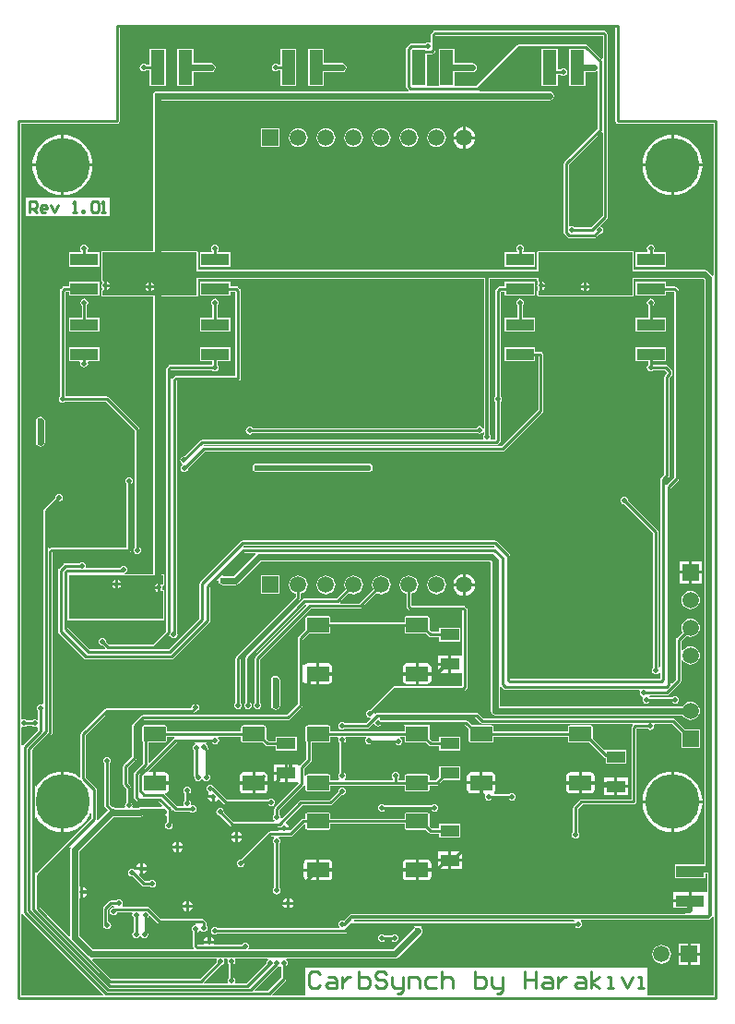
<source format=gtl>
G04*
G04 #@! TF.GenerationSoftware,Altium Limited,Altium Designer,20.1.8 (145)*
G04*
G04 Layer_Physical_Order=1*
G04 Layer_Color=255*
%FSLAX25Y25*%
%MOIN*%
G70*
G04*
G04 #@! TF.SameCoordinates,2B40AF7D-86F1-4858-AC96-1B89F3EF06F7*
G04*
G04*
G04 #@! TF.FilePolarity,Positive*
G04*
G01*
G75*
%ADD13C,0.01000*%
%ADD14R,0.10236X0.04331*%
%ADD15R,0.06693X0.04331*%
%ADD16R,0.05000X0.12520*%
G04:AMPARAMS|DCode=17|XSize=82.68mil|YSize=54.33mil|CornerRadius=4.08mil|HoleSize=0mil|Usage=FLASHONLY|Rotation=0.000|XOffset=0mil|YOffset=0mil|HoleType=Round|Shape=RoundedRectangle|*
%AMROUNDEDRECTD17*
21,1,0.08268,0.04618,0,0,0.0*
21,1,0.07453,0.05433,0,0,0.0*
1,1,0.00815,0.03726,-0.02309*
1,1,0.00815,-0.03726,-0.02309*
1,1,0.00815,-0.03726,0.02309*
1,1,0.00815,0.03726,0.02309*
%
%ADD17ROUNDEDRECTD17*%
%ADD28C,0.01102*%
%ADD29C,0.02362*%
%ADD30C,0.01181*%
%ADD31C,0.01968*%
%ADD32C,0.19685*%
%ADD33C,0.05906*%
%ADD34R,0.05906X0.05906*%
%ADD35R,0.05906X0.05906*%
%ADD36C,0.01968*%
%ADD37C,0.02362*%
G36*
X311301Y531641D02*
Y523562D01*
X310801Y523355D01*
X305776Y528381D01*
X305480Y528578D01*
X305132Y528648D01*
X281024D01*
X280675Y528578D01*
X280380Y528381D01*
X265552Y513553D01*
X257748D01*
Y518583D01*
X264256D01*
X264871Y518706D01*
X265391Y519054D01*
X265739Y519574D01*
X265862Y520189D01*
X265739Y520803D01*
X265391Y521324D01*
X264871Y521672D01*
X264256Y521795D01*
X257748D01*
Y526843D01*
X251961D01*
Y513553D01*
X247748D01*
Y525038D01*
X249414D01*
X249763Y525107D01*
X250059Y525305D01*
X250644Y525890D01*
X250842Y526186D01*
X250911Y526535D01*
Y531641D01*
X250963Y531693D01*
X311249D01*
X311301Y531641D01*
D02*
G37*
G36*
Y496615D02*
Y466590D01*
X307123Y462411D01*
X301048D01*
X300993Y462494D01*
X300538Y462798D01*
X300000Y462905D01*
X299533Y462812D01*
X299166Y462957D01*
X299033Y463027D01*
Y485053D01*
X310801Y496822D01*
X311301Y496615D01*
D02*
G37*
G36*
X315876Y500748D02*
X315946Y500399D01*
X316143Y500104D01*
X316439Y499906D01*
X316787Y499837D01*
X351309D01*
Y445219D01*
X350809Y445068D01*
X350686Y445252D01*
X350686Y445252D01*
X349303Y446635D01*
X348782Y446983D01*
X348167Y447106D01*
X348167Y447106D01*
X322454D01*
Y453473D01*
X322329Y453774D01*
X322301Y453801D01*
X322000Y453926D01*
X288000D01*
X287699Y453801D01*
X287574Y453500D01*
Y447106D01*
X164973D01*
Y453473D01*
X164849Y453774D01*
X164821Y453801D01*
X164520Y453926D01*
X151911D01*
Y508394D01*
X197544D01*
X197544Y508394D01*
X197544Y508394D01*
X244782D01*
X244782Y508394D01*
X292098D01*
X292713Y508517D01*
X293234Y508865D01*
X293582Y509385D01*
X293704Y510000D01*
X293582Y510614D01*
X293234Y511135D01*
X292713Y511483D01*
X292098Y511606D01*
X266867D01*
X266813Y511678D01*
X266682Y512106D01*
X281401Y526825D01*
X289205D01*
Y513535D01*
X294992D01*
Y517589D01*
X295952D01*
X296007Y517507D01*
X296462Y517202D01*
X297000Y517095D01*
X297538Y517202D01*
X297993Y517507D01*
X298298Y517962D01*
X298405Y518500D01*
X298298Y519038D01*
X297993Y519493D01*
X297538Y519798D01*
X297000Y519905D01*
X296462Y519798D01*
X296007Y519493D01*
X295952Y519411D01*
X294992D01*
Y526825D01*
X299205D01*
Y513535D01*
X304992D01*
Y518583D01*
X307957D01*
X308571Y518706D01*
X309014Y519001D01*
X309313Y518913D01*
X309514Y518785D01*
Y498111D01*
X297478Y486075D01*
X297280Y485780D01*
X297211Y485431D01*
Y460722D01*
X297280Y460373D01*
X297478Y460078D01*
X298578Y458978D01*
X298873Y458780D01*
X299222Y458711D01*
X308278D01*
X308627Y458780D01*
X308922Y458978D01*
X309981Y460036D01*
X310078Y460017D01*
X310616Y460124D01*
X311071Y460429D01*
X311376Y460884D01*
X311483Y461422D01*
X311376Y461960D01*
X311071Y462416D01*
X310676Y462680D01*
X310518Y463042D01*
X310474Y463186D01*
X312857Y465568D01*
X313054Y465864D01*
X313124Y466213D01*
Y532019D01*
X313054Y532367D01*
X312857Y532663D01*
X312271Y533249D01*
X311976Y533446D01*
X311627Y533516D01*
X250586D01*
X250237Y533446D01*
X249941Y533249D01*
X249356Y532663D01*
X249158Y532367D01*
X249089Y532019D01*
Y529468D01*
X248956Y529398D01*
X248589Y529253D01*
X248122Y529346D01*
X247584Y529239D01*
X247129Y528934D01*
X247074Y528852D01*
X242026D01*
X241677Y528783D01*
X241381Y528585D01*
X240423Y527627D01*
X240225Y527331D01*
X240156Y526982D01*
Y513396D01*
X240225Y513047D01*
X240423Y512751D01*
X241069Y512106D01*
X240937Y511678D01*
X240883Y511606D01*
X197544D01*
X197544Y511606D01*
X197544Y511606D01*
X150305D01*
X149691Y511483D01*
X149170Y511135D01*
X148822Y510614D01*
X148700Y510000D01*
Y453926D01*
X130520D01*
X130219Y453801D01*
X130094Y453500D01*
Y443314D01*
X130116Y443260D01*
X130108Y443202D01*
X130176Y443115D01*
X130219Y443012D01*
X130272Y442990D01*
X130299Y442955D01*
X130310Y442938D01*
X130337Y442876D01*
X130408Y442347D01*
X130202Y442038D01*
X130095Y441500D01*
X130202Y440962D01*
X130408Y440653D01*
X130337Y440124D01*
X130310Y440062D01*
X130299Y440045D01*
X130272Y440010D01*
X130219Y439988D01*
X130176Y439885D01*
X130108Y439797D01*
X130116Y439740D01*
X130094Y439686D01*
Y437849D01*
X130126Y437771D01*
X130126Y437686D01*
X130126Y437686D01*
X130131Y437674D01*
X130191Y437614D01*
X130223Y437536D01*
X130302Y437503D01*
X130360Y437445D01*
X130362Y437443D01*
X130447Y437443D01*
X130525Y437411D01*
X148700D01*
Y337219D01*
X138760D01*
X138557Y337682D01*
X138563Y337719D01*
X138994Y338007D01*
X139298Y338462D01*
X139405Y339000D01*
X139298Y339538D01*
X138994Y339993D01*
X138538Y340298D01*
X138000Y340405D01*
X137462Y340298D01*
X137006Y339993D01*
X136702Y339538D01*
X136677Y339411D01*
X124527D01*
X124457Y339544D01*
X124312Y339911D01*
X124405Y340378D01*
X124298Y340916D01*
X123994Y341371D01*
X123538Y341676D01*
X123000Y341783D01*
X122462Y341676D01*
X122006Y341371D01*
X121952Y341289D01*
X116936D01*
X116587Y341220D01*
X116292Y341022D01*
X114643Y339374D01*
X114446Y339078D01*
X114376Y338729D01*
Y316685D01*
X114446Y316336D01*
X114643Y316040D01*
X123903Y306781D01*
X124198Y306583D01*
X124547Y306514D01*
X155453D01*
X155802Y306583D01*
X156097Y306781D01*
X169215Y319898D01*
X169412Y320194D01*
X169482Y320543D01*
Y332684D01*
X171906Y335108D01*
X172139Y335057D01*
X172413Y334908D01*
X172517Y334385D01*
X172865Y333865D01*
X173386Y333517D01*
X174000Y333394D01*
X178500D01*
X178500Y333394D01*
X179114Y333517D01*
X179635Y333865D01*
X187665Y341894D01*
X270451D01*
X270894Y341451D01*
Y287925D01*
X271017Y287311D01*
X271365Y286790D01*
X271885Y286442D01*
X272500Y286319D01*
X272876Y286394D01*
X340043D01*
X340077Y286312D01*
X340613Y285613D01*
X341312Y285077D01*
X342126Y284740D01*
X343000Y284625D01*
X343874Y284740D01*
X344688Y285077D01*
X345387Y285613D01*
X345923Y286312D01*
X346260Y287126D01*
X346375Y288000D01*
X346260Y288874D01*
X345923Y289688D01*
X345387Y290387D01*
X344688Y290923D01*
X343874Y291260D01*
X343000Y291375D01*
X342126Y291260D01*
X341312Y290923D01*
X340613Y290387D01*
X340077Y289688D01*
X340043Y289606D01*
X274106D01*
Y296484D01*
X274606Y296691D01*
X275442Y295856D01*
X275737Y295658D01*
X276086Y295589D01*
X324469D01*
X324736Y295089D01*
X324702Y295038D01*
X324595Y294500D01*
X324702Y293962D01*
X325007Y293507D01*
X325462Y293202D01*
X325535Y293188D01*
X325765Y292632D01*
X325702Y292538D01*
X325595Y292000D01*
X325702Y291462D01*
X326007Y291007D01*
X326462Y290702D01*
X327000Y290595D01*
X327538Y290702D01*
X327993Y291007D01*
X328048Y291089D01*
X336452D01*
X336507Y291007D01*
X336962Y290702D01*
X337500Y290595D01*
X338038Y290702D01*
X338493Y291007D01*
X338798Y291462D01*
X338905Y292000D01*
X338798Y292538D01*
X338493Y292993D01*
X338038Y293298D01*
X337500Y293405D01*
X336962Y293298D01*
X336507Y292993D01*
X336452Y292911D01*
X328303D01*
X328158Y293089D01*
X328396Y293589D01*
X334385D01*
X334734Y293658D01*
X335030Y293856D01*
X339382Y298208D01*
X339580Y298504D01*
X339649Y298853D01*
Y306087D01*
X339760Y306145D01*
X340149Y306218D01*
X340613Y305613D01*
X341312Y305077D01*
X342126Y304740D01*
X343000Y304625D01*
X343874Y304740D01*
X344688Y305077D01*
X345387Y305613D01*
X345923Y306312D01*
X346260Y307126D01*
X346375Y308000D01*
X346260Y308874D01*
X345923Y309688D01*
X345387Y310387D01*
X344688Y310923D01*
X343874Y311260D01*
X343000Y311375D01*
X342126Y311260D01*
X341312Y310923D01*
X340613Y310387D01*
X340149Y309782D01*
X339760Y309855D01*
X339649Y309913D01*
Y313360D01*
X341350Y315061D01*
X342126Y314740D01*
X343000Y314625D01*
X343874Y314740D01*
X344688Y315077D01*
X345387Y315613D01*
X345923Y316312D01*
X346260Y317126D01*
X346375Y318000D01*
X346260Y318874D01*
X345923Y319688D01*
X345387Y320387D01*
X344688Y320923D01*
X343874Y321260D01*
X343000Y321375D01*
X342126Y321260D01*
X341312Y320923D01*
X340613Y320387D01*
X340077Y319688D01*
X339740Y318874D01*
X339625Y318000D01*
X339740Y317126D01*
X340061Y316350D01*
X338093Y314382D01*
X337896Y314087D01*
X337827Y313738D01*
Y299230D01*
X336373Y297777D01*
X335911Y297968D01*
Y368373D01*
X338644Y371106D01*
X338842Y371401D01*
X338911Y371750D01*
Y439500D01*
X338842Y439849D01*
X338644Y440144D01*
X337829Y440959D01*
X337534Y441157D01*
X337185Y441226D01*
X334110D01*
Y442874D01*
X323087D01*
Y437756D01*
X334110D01*
Y439404D01*
X336808D01*
X337089Y439123D01*
Y372127D01*
X334411Y369450D01*
X334183Y369486D01*
X333911Y369629D01*
Y371123D01*
X335144Y372356D01*
X335342Y372651D01*
X335411Y373000D01*
Y408123D01*
X336230Y408942D01*
X336428Y409237D01*
X336497Y409586D01*
Y410414D01*
X336428Y410763D01*
X336230Y411059D01*
X334743Y412546D01*
X334447Y412744D01*
X334098Y412813D01*
X329671D01*
X329616Y412895D01*
X329534Y412950D01*
Y414134D01*
X334110D01*
Y419252D01*
X323087D01*
Y414134D01*
X327712D01*
Y412950D01*
X327629Y412895D01*
X327325Y412439D01*
X327218Y411902D01*
X327325Y411364D01*
X327629Y410908D01*
X328085Y410604D01*
X328623Y410497D01*
X329161Y410604D01*
X329616Y410908D01*
X329671Y410990D01*
X333721D01*
X334675Y410037D01*
Y409963D01*
X333856Y409144D01*
X333658Y408849D01*
X333589Y408500D01*
Y373377D01*
X332356Y372144D01*
X332158Y371849D01*
X332089Y371500D01*
Y303896D01*
X331589Y303658D01*
X331411Y303803D01*
Y352500D01*
X331342Y352849D01*
X331144Y353144D01*
X320386Y363903D01*
X320405Y364000D01*
X320298Y364538D01*
X319993Y364993D01*
X319538Y365298D01*
X319000Y365405D01*
X318462Y365298D01*
X318007Y364993D01*
X317702Y364538D01*
X317595Y364000D01*
X317702Y363462D01*
X318007Y363007D01*
X318462Y362702D01*
X319000Y362595D01*
X319097Y362614D01*
X329589Y352123D01*
Y303548D01*
X329507Y303493D01*
X329202Y303038D01*
X329095Y302500D01*
X329202Y301962D01*
X329507Y301507D01*
X329962Y301202D01*
X330500Y301095D01*
X331038Y301202D01*
X331493Y301507D01*
X331589Y301649D01*
X332089Y301498D01*
Y299463D01*
X332037Y299411D01*
X277963D01*
X277911Y299463D01*
Y344000D01*
X277842Y344349D01*
X277644Y344644D01*
X273144Y349144D01*
X272849Y349342D01*
X272500Y349411D01*
X181000D01*
X180651Y349342D01*
X180356Y349144D01*
X165856Y334644D01*
X165658Y334349D01*
X165589Y334000D01*
Y321377D01*
X154335Y310124D01*
X150120D01*
X149912Y310624D01*
X154378Y315090D01*
X154907Y314958D01*
X154929Y314934D01*
X155219Y314500D01*
X155675Y314195D01*
X156213Y314089D01*
X156750Y314195D01*
X157206Y314500D01*
X157511Y314956D01*
X157618Y315493D01*
X157511Y316031D01*
X157411Y316180D01*
Y407037D01*
X157463Y407089D01*
X179500D01*
X179849Y407158D01*
X180144Y407356D01*
X180342Y407651D01*
X180411Y408000D01*
Y439729D01*
X180342Y440078D01*
X180144Y440374D01*
X179559Y440959D01*
X179263Y441157D01*
X178914Y441226D01*
X176630D01*
Y442874D01*
X165606D01*
Y437756D01*
X176630D01*
Y439404D01*
X178537D01*
X178589Y439352D01*
Y408911D01*
X157086D01*
X156737Y408842D01*
X156441Y408644D01*
X155856Y408059D01*
X155746Y407894D01*
X155246Y408046D01*
Y410963D01*
X155298Y411015D01*
X170070D01*
X170125Y410933D01*
X170580Y410628D01*
X171118Y410521D01*
X171656Y410628D01*
X172112Y410933D01*
X172416Y411388D01*
X172523Y411926D01*
X172416Y412464D01*
X172112Y412920D01*
X172029Y412975D01*
Y414134D01*
X176630D01*
Y419252D01*
X165606D01*
Y414134D01*
X170207D01*
Y412975D01*
X170125Y412920D01*
X170070Y412837D01*
X154920D01*
X154572Y412768D01*
X154276Y412570D01*
X153690Y411985D01*
X153493Y411689D01*
X153423Y411340D01*
Y316712D01*
X148623Y311911D01*
X132877D01*
X131886Y312903D01*
X131905Y313000D01*
X131798Y313538D01*
X131493Y313993D01*
X131038Y314298D01*
X130500Y314405D01*
X129962Y314298D01*
X129507Y313993D01*
X129202Y313538D01*
X129095Y313000D01*
X129202Y312462D01*
X129507Y312007D01*
X129962Y311702D01*
X130500Y311595D01*
X130597Y311614D01*
X131588Y310624D01*
X131380Y310124D01*
X125665D01*
X117911Y317877D01*
Y320438D01*
X117912Y320440D01*
X118411Y320731D01*
X118476Y320704D01*
X152476D01*
X152778Y320829D01*
X152902Y321130D01*
Y331174D01*
X152862Y331271D01*
X152852Y331375D01*
X152802Y331416D01*
X152778Y331476D01*
X152681Y331516D01*
X152600Y331582D01*
X152511Y331609D01*
X152123Y331897D01*
X152166Y332196D01*
X152216Y332445D01*
X152166Y332694D01*
X152123Y332993D01*
X152511Y333281D01*
X152600Y333308D01*
X152681Y333374D01*
X152778Y333414D01*
X152802Y333474D01*
X152852Y333515D01*
X152862Y333619D01*
X152902Y333716D01*
Y336781D01*
X152870Y336859D01*
X152870Y336944D01*
X152870Y336944D01*
X152865Y336956D01*
X152805Y337016D01*
X152773Y337094D01*
X152694Y337127D01*
X152636Y337185D01*
X152634Y337187D01*
X152550Y337187D01*
X152471Y337219D01*
X151911D01*
Y437411D01*
X164547D01*
X164849Y437536D01*
X164973Y437837D01*
Y443894D01*
X268469D01*
Y390197D01*
X267969Y390045D01*
X267755Y390366D01*
X267299Y390670D01*
X266761Y390777D01*
X266224Y390670D01*
X265768Y390366D01*
X265554Y390045D01*
X184682D01*
X184627Y390127D01*
X184171Y390432D01*
X183634Y390539D01*
X183096Y390432D01*
X182640Y390127D01*
X182336Y389671D01*
X182229Y389134D01*
X182336Y388596D01*
X182640Y388140D01*
X183096Y387836D01*
X183634Y387729D01*
X184171Y387836D01*
X184627Y388140D01*
X184682Y388223D01*
X266002D01*
X266224Y388074D01*
X266761Y387967D01*
X267299Y388074D01*
X267755Y388379D01*
X267969Y388699D01*
X268469Y388547D01*
Y387750D01*
X268174Y387309D01*
X268068Y386772D01*
X268160Y386305D01*
X268016Y385937D01*
X267945Y385805D01*
X166394D01*
X166045Y385736D01*
X165749Y385538D01*
X160021Y379810D01*
X159925Y379829D01*
X159388Y379722D01*
X158932Y379417D01*
X158627Y378962D01*
X158520Y378424D01*
X158627Y377886D01*
X158932Y377431D01*
X159240Y377225D01*
X159276Y376734D01*
X159255Y376659D01*
X159007Y376493D01*
X158702Y376038D01*
X158595Y375500D01*
X158702Y374962D01*
X159007Y374507D01*
X159462Y374202D01*
X160000Y374095D01*
X160538Y374202D01*
X160994Y374507D01*
X161298Y374962D01*
X161405Y375500D01*
X161386Y375597D01*
X167377Y381589D01*
X275038D01*
X275387Y381658D01*
X275682Y381856D01*
X289559Y395732D01*
X289756Y396027D01*
X289825Y396376D01*
Y416693D01*
X289756Y417041D01*
X289559Y417337D01*
X289263Y417535D01*
X288914Y417604D01*
X286866D01*
Y419252D01*
X275842D01*
Y414134D01*
X286866D01*
Y415782D01*
X288003D01*
Y396754D01*
X274661Y383411D01*
X167374D01*
X167090Y383911D01*
X167133Y383982D01*
X272914D01*
X273263Y384052D01*
X273558Y384249D01*
X274144Y384835D01*
X274342Y385131D01*
X274411Y385479D01*
Y399452D01*
X274493Y399507D01*
X274798Y399962D01*
X274905Y400500D01*
X274798Y401038D01*
X274493Y401493D01*
X274411Y401548D01*
Y439352D01*
X274463Y439404D01*
X275842D01*
Y437756D01*
X286866D01*
Y442874D01*
X275842D01*
Y441226D01*
X274086D01*
X273737Y441157D01*
X273442Y440959D01*
X272856Y440374D01*
X272658Y440078D01*
X272589Y439729D01*
Y401548D01*
X272507Y401493D01*
X272202Y401038D01*
X272095Y400500D01*
X272202Y399962D01*
X272507Y399507D01*
X272589Y399452D01*
Y385857D01*
X272537Y385805D01*
X271000D01*
X270929Y385937D01*
X270784Y386305D01*
X270877Y386772D01*
X270770Y387309D01*
X270476Y387750D01*
Y443894D01*
X287574D01*
Y443314D01*
X287596Y443260D01*
X287589Y443202D01*
X287656Y443115D01*
X287699Y443012D01*
X287752Y442990D01*
X287779Y442955D01*
X287790Y442938D01*
X287818Y442876D01*
X287889Y442347D01*
X287682Y442038D01*
X287575Y441500D01*
X287682Y440962D01*
X287889Y440653D01*
X287818Y440124D01*
X287790Y440062D01*
X287779Y440045D01*
X287752Y440010D01*
X287699Y439988D01*
X287656Y439885D01*
X287589Y439797D01*
X287596Y439740D01*
X287574Y439686D01*
Y437849D01*
X287606Y437771D01*
X287606Y437686D01*
X287606Y437686D01*
X287611Y437674D01*
X287671Y437614D01*
X287704Y437536D01*
X287782Y437503D01*
X287841Y437445D01*
X287842Y437443D01*
X287927Y437443D01*
X288005Y437411D01*
X322027D01*
X322329Y437536D01*
X322454Y437837D01*
Y443894D01*
X347502D01*
X347945Y443451D01*
Y232570D01*
X337303D01*
Y227451D01*
X348327D01*
Y229239D01*
X348996D01*
Y223020D01*
X348933Y222546D01*
X343315D01*
Y219380D01*
X342815D01*
Y218881D01*
X336697D01*
Y216215D01*
X340507D01*
X340792Y215868D01*
X340946Y215093D01*
X341045Y214945D01*
X340810Y214504D01*
X220500D01*
X220116Y214427D01*
X219790Y214210D01*
X217742Y212161D01*
X217538Y212298D01*
X217000Y212405D01*
X216462Y212298D01*
X216007Y211993D01*
X215702Y211538D01*
X215595Y211000D01*
X215702Y210462D01*
X216007Y210007D01*
X216136Y209920D01*
X215984Y209420D01*
X172041D01*
X171986Y209502D01*
X171531Y209807D01*
X170993Y209914D01*
X170455Y209807D01*
X170000Y209502D01*
X169695Y209047D01*
X169588Y208509D01*
X169695Y207971D01*
X170000Y207515D01*
X170455Y207211D01*
X170993Y207104D01*
X171531Y207211D01*
X171986Y207515D01*
X172041Y207598D01*
X218009D01*
X218358Y207667D01*
X218653Y207865D01*
X220877Y210089D01*
X243235D01*
X243390Y209631D01*
X243391Y209589D01*
X235580Y201777D01*
X183441D01*
X183174Y202277D01*
X183298Y202462D01*
X183405Y203000D01*
X183298Y203538D01*
X182993Y203994D01*
X182538Y204298D01*
X182000Y204405D01*
X181462Y204298D01*
X181007Y203994D01*
X180702Y203538D01*
X180677Y203411D01*
X171214D01*
X170906Y203911D01*
X170924Y204000D01*
X167076D01*
X167094Y203911D01*
X166786Y203411D01*
X164963D01*
X164911Y203463D01*
Y208042D01*
X165194Y208231D01*
X165431Y208586D01*
X165818Y208655D01*
X165998Y208637D01*
X166054Y208554D01*
X166509Y208249D01*
X167047Y208142D01*
X167585Y208249D01*
X168041Y208554D01*
X168345Y209010D01*
X168452Y209547D01*
X168345Y210085D01*
X168041Y210541D01*
X167958Y210596D01*
Y211414D01*
X167889Y211763D01*
X167692Y212058D01*
X167106Y212644D01*
X166810Y212842D01*
X166461Y212911D01*
X151377D01*
X147388Y216900D01*
X147093Y217098D01*
X146744Y217167D01*
X137822D01*
X137813Y217177D01*
X137601Y217667D01*
X137798Y217962D01*
X137905Y218500D01*
X137798Y219038D01*
X137494Y219493D01*
X137038Y219798D01*
X136500Y219905D01*
X135962Y219798D01*
X135506Y219493D01*
X135452Y219411D01*
X133466D01*
X133117Y219342D01*
X132822Y219144D01*
X130871Y217194D01*
X130674Y216898D01*
X130605Y216549D01*
Y211222D01*
X130674Y210873D01*
X130839Y210626D01*
X130817Y210516D01*
X130924Y209978D01*
X131229Y209522D01*
X131685Y209218D01*
X132222Y209111D01*
X132760Y209218D01*
X133216Y209522D01*
X133520Y209978D01*
X133627Y210516D01*
X133520Y211053D01*
X133216Y211509D01*
X132760Y211814D01*
X132427Y211880D01*
Y216172D01*
X133844Y217589D01*
X134503D01*
X134699Y217089D01*
X134500Y216905D01*
X133962Y216798D01*
X133507Y216493D01*
X133202Y216038D01*
X133095Y215500D01*
X133202Y214962D01*
X133507Y214507D01*
X133962Y214202D01*
X134500Y214095D01*
X135038Y214202D01*
X135494Y214507D01*
X135798Y214962D01*
X135874Y215345D01*
X141081D01*
X141151Y215212D01*
X141296Y214845D01*
X141203Y214378D01*
X141310Y213840D01*
X141614Y213385D01*
X141697Y213330D01*
Y208277D01*
X141614Y208222D01*
X141310Y207766D01*
X141203Y207228D01*
X141310Y206691D01*
X141614Y206235D01*
X142070Y205930D01*
X142608Y205823D01*
X143146Y205930D01*
X143601Y206235D01*
X143837Y206588D01*
X144035Y206630D01*
X144194D01*
X144393Y206588D01*
X144629Y206235D01*
X145084Y205930D01*
X145622Y205823D01*
X146160Y205930D01*
X146616Y206235D01*
X146920Y206691D01*
X147027Y207228D01*
X146920Y207766D01*
X146911Y207779D01*
Y213352D01*
X146960Y213385D01*
X147224Y213780D01*
X147586Y213938D01*
X147730Y213982D01*
X150356Y211356D01*
X150651Y211158D01*
X151000Y211089D01*
X163947D01*
X163997Y210589D01*
X163663Y210522D01*
X163207Y210218D01*
X162902Y209762D01*
X162796Y209224D01*
X162902Y208687D01*
X163089Y208408D01*
Y203086D01*
X163158Y202737D01*
X163356Y202442D01*
X163520Y202277D01*
X163313Y201777D01*
X126994D01*
X122047Y206724D01*
Y220195D01*
X122500Y220532D01*
Y222500D01*
Y224468D01*
X122047Y224805D01*
Y237276D01*
X134482Y249711D01*
X134557Y249696D01*
X134557Y249696D01*
X144105D01*
X144105Y249696D01*
X144720Y249818D01*
X145126Y250090D01*
X152555D01*
X152556Y250090D01*
X153170Y250212D01*
X153220Y250245D01*
X153720Y249978D01*
Y247636D01*
X153507Y247493D01*
X153202Y247038D01*
X153095Y246500D01*
X153202Y245962D01*
X153507Y245507D01*
X153962Y245202D01*
X154500Y245095D01*
X155038Y245202D01*
X155493Y245507D01*
X155798Y245962D01*
X155905Y246500D01*
X155798Y247038D01*
X155542Y247421D01*
Y251938D01*
X156042Y252145D01*
X156331Y251856D01*
X156627Y251658D01*
X156975Y251589D01*
X161952D01*
X162006Y251507D01*
X162462Y251202D01*
X163000Y251095D01*
X163538Y251202D01*
X163994Y251507D01*
X164298Y251962D01*
X164405Y252500D01*
X164298Y253038D01*
X163994Y253493D01*
X163538Y253798D01*
X163000Y253905D01*
X162787Y253863D01*
X162363Y254287D01*
X162405Y254500D01*
X162298Y255038D01*
X161994Y255493D01*
X161911Y255548D01*
Y258162D01*
X161994Y258217D01*
X162298Y258672D01*
X162405Y259210D01*
X162298Y259748D01*
X161994Y260204D01*
X161538Y260508D01*
X161000Y260615D01*
X160462Y260508D01*
X160006Y260204D01*
X159702Y259748D01*
X159595Y259210D01*
X159702Y258672D01*
X160006Y258217D01*
X160089Y258162D01*
Y255548D01*
X160006Y255493D01*
X159702Y255038D01*
X159595Y254500D01*
X159702Y253962D01*
X159736Y253911D01*
X159469Y253411D01*
X157353D01*
X152998Y257766D01*
X152998Y257876D01*
X153172Y258299D01*
X153543Y258373D01*
X154009Y258684D01*
X154320Y259150D01*
X154429Y259699D01*
Y261508D01*
X149268D01*
Y262008D01*
X148768D01*
Y265752D01*
X147248D01*
X147041Y266252D01*
X157271Y276483D01*
X163872D01*
X163962Y275991D01*
X163506Y275686D01*
X163202Y275230D01*
X163095Y274693D01*
X163202Y274155D01*
X163506Y273699D01*
X163589Y273644D01*
Y264500D01*
X163642Y264234D01*
X163595Y264000D01*
X163702Y263462D01*
X164006Y263007D01*
X164462Y262702D01*
X165000Y262595D01*
X165538Y262702D01*
X165993Y263007D01*
X166222Y263349D01*
X166375Y263385D01*
X166625D01*
X166778Y263349D01*
X167007Y263007D01*
X167462Y262702D01*
X168000Y262595D01*
X168538Y262702D01*
X168993Y263007D01*
X169298Y263462D01*
X169405Y264000D01*
X169298Y264538D01*
X168993Y264993D01*
X168911Y265048D01*
Y273859D01*
X168842Y274207D01*
X168644Y274503D01*
X168433Y274714D01*
X168452Y274812D01*
X168345Y275349D01*
X168041Y275805D01*
X167775Y275982D01*
X167927Y276483D01*
X170091D01*
X170211Y276302D01*
X170667Y275997D01*
X171205Y275890D01*
X171742Y275997D01*
X172198Y276302D01*
X172503Y276758D01*
X172610Y277295D01*
X172503Y277833D01*
X172234Y278235D01*
X172296Y278477D01*
X172431Y278735D01*
X180551D01*
Y277337D01*
X180614Y277024D01*
X180791Y276759D01*
X181056Y276582D01*
X181368Y276520D01*
X188349D01*
X189371Y275498D01*
X189667Y275300D01*
X190016Y275231D01*
X193166D01*
Y273583D01*
X200646D01*
Y278701D01*
X193166D01*
Y277053D01*
X190393D01*
X189638Y277808D01*
Y281955D01*
X189576Y282267D01*
X189399Y282533D01*
X189134Y282710D01*
X188821Y282772D01*
X181368D01*
X181056Y282710D01*
X180791Y282533D01*
X180614Y282267D01*
X180551Y281955D01*
Y280557D01*
X153811D01*
Y281955D01*
X153749Y282267D01*
X153572Y282533D01*
X153307Y282710D01*
X152994Y282772D01*
X145541D01*
X145229Y282710D01*
X144964Y282533D01*
X144787Y282267D01*
X144725Y281955D01*
Y277337D01*
X144787Y277024D01*
X144964Y276759D01*
X145130Y276648D01*
Y269006D01*
X141962Y265837D01*
X141764Y265542D01*
X141695Y265193D01*
Y256979D01*
X141764Y256631D01*
X141962Y256335D01*
X142941Y255356D01*
X143237Y255158D01*
X143586Y255089D01*
X150809D01*
X152096Y253801D01*
X151889Y253301D01*
X144499D01*
X144499Y253301D01*
X143884Y253179D01*
X143478Y252907D01*
X141507D01*
X141246Y253408D01*
X141336Y253861D01*
X141229Y254399D01*
X140924Y254854D01*
X140842Y254909D01*
Y260275D01*
X140773Y260623D01*
X140575Y260919D01*
X139696Y261798D01*
Y267408D01*
X142644Y270356D01*
X142842Y270651D01*
X142911Y271000D01*
Y282123D01*
X145377Y284589D01*
X197500D01*
X197849Y284658D01*
X198144Y284856D01*
X202644Y289356D01*
X202842Y289651D01*
X202911Y290000D01*
Y298158D01*
X203411Y298309D01*
X203582Y298054D01*
X204047Y297743D01*
X204596Y297634D01*
X207823D01*
Y301378D01*
Y305122D01*
X204596D01*
X204047Y305013D01*
X203582Y304702D01*
X203411Y304447D01*
X202911Y304598D01*
Y313733D01*
X205068Y315890D01*
X212049D01*
X212362Y315952D01*
X212627Y316129D01*
X212804Y316394D01*
X212866Y316707D01*
Y318105D01*
X239606D01*
Y316707D01*
X239668Y316394D01*
X239846Y316129D01*
X240111Y315952D01*
X240423Y315890D01*
X247404D01*
X248427Y314868D01*
X248722Y314670D01*
X249071Y314601D01*
X252220D01*
Y312953D01*
X259701D01*
Y318071D01*
X252220D01*
Y316423D01*
X249448D01*
X248693Y317179D01*
Y321325D01*
X248631Y321638D01*
X248454Y321903D01*
X248189Y322080D01*
X247876Y322142D01*
X240423D01*
X240111Y322080D01*
X239846Y321903D01*
X239668Y321638D01*
X239606Y321325D01*
Y319927D01*
X212866D01*
Y321325D01*
X212804Y321638D01*
X212627Y321903D01*
X212362Y322080D01*
X212049Y322142D01*
X204596D01*
X204284Y322080D01*
X204019Y321903D01*
X203842Y321638D01*
X203780Y321325D01*
Y317179D01*
X201356Y314755D01*
X201158Y314459D01*
X201089Y314110D01*
Y290377D01*
X197123Y286411D01*
X145000D01*
X144651Y286342D01*
X144356Y286144D01*
X141356Y283144D01*
X141158Y282849D01*
X141089Y282500D01*
Y271377D01*
X138141Y268429D01*
X137943Y268134D01*
X137874Y267785D01*
Y261420D01*
X137943Y261072D01*
X138141Y260776D01*
X139020Y259897D01*
Y254909D01*
X138937Y254854D01*
X138633Y254399D01*
X138526Y253861D01*
X138616Y253408D01*
X138355Y252907D01*
X135177D01*
X134794Y253163D01*
X134180Y253285D01*
X133977Y253245D01*
X132963Y254259D01*
Y268987D01*
X132993Y269007D01*
X133297Y269463D01*
X133404Y270001D01*
X133297Y270538D01*
X132993Y270994D01*
X132537Y271299D01*
X131999Y271406D01*
X131462Y271299D01*
X131006Y270994D01*
X130701Y270538D01*
X130595Y270001D01*
X130701Y269463D01*
X131006Y269007D01*
X131036Y268987D01*
Y253860D01*
X131109Y253491D01*
X131318Y253179D01*
X132363Y252134D01*
X128844Y248615D01*
X128384Y248862D01*
X128411Y249000D01*
Y259500D01*
X128342Y259849D01*
X128144Y260144D01*
X124411Y263877D01*
Y279123D01*
X132377Y287089D01*
X163000D01*
X163349Y287158D01*
X163644Y287356D01*
X163804Y287594D01*
X163906Y287697D01*
X163962Y287686D01*
X164500Y287792D01*
X164956Y288097D01*
X165261Y288553D01*
X165367Y289090D01*
X165261Y289628D01*
X164956Y290084D01*
X164500Y290388D01*
X163962Y290495D01*
X163425Y290388D01*
X162969Y290084D01*
X162664Y289628D01*
X162557Y289091D01*
X162083Y288911D01*
X132000D01*
X131651Y288842D01*
X131356Y288644D01*
X122856Y280144D01*
X122658Y279849D01*
X122589Y279500D01*
Y264344D01*
X122089Y264064D01*
X120938Y264769D01*
X119361Y265423D01*
X117701Y265821D01*
X116500Y265915D01*
Y255079D01*
Y244242D01*
X117701Y244337D01*
X119361Y244735D01*
X120938Y245388D01*
X122393Y246280D01*
X123690Y247388D01*
X124799Y248686D01*
X125691Y250141D01*
X126089Y251102D01*
X126589Y251003D01*
Y249377D01*
X106675Y229464D01*
X106175Y229671D01*
Y249404D01*
X106675Y249545D01*
X107201Y248686D01*
X108309Y247388D01*
X109607Y246280D01*
X111062Y245388D01*
X112639Y244735D01*
X114299Y244337D01*
X115500Y244242D01*
Y255079D01*
Y265915D01*
X114299Y265821D01*
X112639Y265423D01*
X111062Y264769D01*
X109607Y263878D01*
X108309Y262769D01*
X107201Y261472D01*
X106675Y260613D01*
X106175Y260754D01*
Y273444D01*
X112144Y279414D01*
X112342Y279709D01*
X112411Y280058D01*
Y345037D01*
X112463Y345089D01*
X140000D01*
X140349Y345158D01*
X140644Y345356D01*
X140842Y345651D01*
X140911Y346000D01*
Y369952D01*
X140993Y370007D01*
X141298Y370462D01*
X141405Y371000D01*
X141298Y371538D01*
X140993Y371993D01*
X140538Y372298D01*
X140000Y372405D01*
X139462Y372298D01*
X139006Y371993D01*
X138702Y371538D01*
X138595Y371000D01*
X138702Y370462D01*
X139006Y370007D01*
X139089Y369952D01*
Y346911D01*
X112086D01*
X111737Y346842D01*
X111442Y346644D01*
X111373Y346576D01*
X110911Y346767D01*
Y359757D01*
X114616Y363461D01*
X114713Y363442D01*
X115250Y363549D01*
X115706Y363854D01*
X116011Y364309D01*
X116118Y364847D01*
X116011Y365385D01*
X115706Y365841D01*
X115250Y366145D01*
X114713Y366252D01*
X114175Y366145D01*
X113719Y365841D01*
X113415Y365385D01*
X113308Y364847D01*
X113327Y364750D01*
X109356Y360779D01*
X109158Y360483D01*
X109089Y360135D01*
Y290527D01*
X108957Y290457D01*
X108589Y290312D01*
X108122Y290405D01*
X107584Y290298D01*
X107129Y289993D01*
X106824Y289538D01*
X106717Y289000D01*
X106824Y288462D01*
X107129Y288007D01*
X107211Y287952D01*
Y284949D01*
X106711Y284682D01*
X106538Y284798D01*
X106000Y284905D01*
X105462Y284798D01*
X105007Y284493D01*
X104952Y284411D01*
X103293D01*
X103238Y284493D01*
X102782Y284798D01*
X102244Y284905D01*
X101707Y284798D01*
X101663Y284769D01*
X101163Y285036D01*
Y499837D01*
X135685D01*
X136034Y499906D01*
X136329Y500104D01*
X136527Y500399D01*
X136596Y500748D01*
Y534482D01*
X315876D01*
Y500748D01*
D02*
G37*
G36*
X322027Y453473D02*
Y437837D01*
X288005D01*
X288000Y437849D01*
Y439686D01*
X288480Y439962D01*
Y441500D01*
Y443038D01*
X288000Y443314D01*
Y453500D01*
X322000D01*
X322027Y453473D01*
D02*
G37*
G36*
X164547D02*
Y437837D01*
X130525D01*
X130520Y437849D01*
Y439686D01*
X131000Y439962D01*
Y441500D01*
Y443038D01*
X130520Y443314D01*
Y453500D01*
X164520D01*
X164547Y453473D01*
D02*
G37*
G36*
X272102Y347380D02*
X271851Y346880D01*
X181589D01*
X181395Y347140D01*
X181325Y347359D01*
X181499Y347589D01*
X271946D01*
X272102Y347380D01*
D02*
G37*
G36*
X185719Y344865D02*
X185787Y344557D01*
X177835Y336606D01*
X174110D01*
X173941Y336871D01*
X173891Y337094D01*
X181855Y345057D01*
X185596D01*
X185719Y344865D01*
D02*
G37*
G36*
X152476Y336781D02*
Y333716D01*
X151976Y333564D01*
X151958Y333592D01*
X151432Y333943D01*
X151311Y333967D01*
Y332445D01*
Y330923D01*
X151432Y330947D01*
X151958Y331298D01*
X151976Y331326D01*
X152476Y331174D01*
Y321130D01*
X118476D01*
X118449Y321158D01*
Y336793D01*
X152471D01*
X152476Y336781D01*
D02*
G37*
G36*
X105007Y282507D02*
X105462Y282202D01*
X106000Y282095D01*
X106538Y282202D01*
X106711Y282318D01*
X107211Y282050D01*
Y280999D01*
X101824Y275613D01*
X101256Y275662D01*
X101163Y275734D01*
Y281964D01*
X101663Y282231D01*
X101707Y282202D01*
X102244Y282095D01*
X102782Y282202D01*
X103238Y282507D01*
X103293Y282589D01*
X104952D01*
X105007Y282507D01*
D02*
G37*
G36*
X156545Y278236D02*
X156249Y278038D01*
X147415Y269203D01*
X146953Y269395D01*
Y276520D01*
X152994D01*
X153307Y276582D01*
X153572Y276759D01*
X153749Y277024D01*
X153811Y277337D01*
Y278735D01*
X156491D01*
X156545Y278236D01*
D02*
G37*
G36*
X300929Y211997D02*
X300866Y211911D01*
X221547D01*
X221279Y212411D01*
X221336Y212496D01*
X300677D01*
X300929Y211997D01*
D02*
G37*
G36*
X351309Y213480D02*
Y185124D01*
X327355D01*
Y195391D01*
X203606D01*
Y185124D01*
X191878D01*
X191671Y185624D01*
X196644Y190597D01*
X196842Y190893D01*
X196911Y191242D01*
Y195952D01*
X196994Y196007D01*
X197298Y196462D01*
X197405Y197000D01*
X197298Y197538D01*
X196994Y197994D01*
X196885Y198066D01*
X197037Y198566D01*
X236245D01*
X236245Y198566D01*
X236859Y198688D01*
X237380Y199036D01*
X245672Y207328D01*
X245672Y207328D01*
X246020Y207849D01*
X246142Y208463D01*
X246020Y209078D01*
X245679Y209589D01*
X245690Y209652D01*
X245838Y210089D01*
X301305D01*
X301359Y210008D01*
X301815Y209703D01*
X302353Y209596D01*
X302890Y209703D01*
X303346Y210008D01*
X303651Y210463D01*
X303758Y211001D01*
X303651Y211539D01*
X303346Y211994D01*
X303343Y211997D01*
X303495Y212496D01*
X349308D01*
X349692Y212573D01*
X350018Y212790D01*
X350710Y213482D01*
X350809Y213631D01*
X351309Y213480D01*
D02*
G37*
G36*
X118937Y238454D02*
X118835Y237941D01*
X118835Y237941D01*
Y206726D01*
X118335Y206519D01*
X107911Y216943D01*
Y228123D01*
X118518Y238730D01*
X118937Y238454D01*
D02*
G37*
G36*
X175721Y198066D02*
X175702Y198038D01*
X175595Y197500D01*
X175702Y196962D01*
X176006Y196507D01*
X176089Y196452D01*
Y191548D01*
X176006Y191493D01*
X175702Y191038D01*
X175595Y190500D01*
X175688Y190033D01*
X175543Y189665D01*
X175473Y189533D01*
X167208D01*
X167001Y190033D01*
X172992Y196025D01*
X173090Y196006D01*
X173627Y196113D01*
X174083Y196417D01*
X174387Y196873D01*
X174494Y197411D01*
X174387Y197948D01*
X174309Y198066D01*
X174576Y198566D01*
X175453D01*
X175721Y198066D01*
D02*
G37*
G36*
X171870D02*
X171792Y197948D01*
X171685Y197411D01*
X171704Y197313D01*
X165675Y191284D01*
X133570D01*
X126789Y198066D01*
X126996Y198566D01*
X171603D01*
X171870Y198066D01*
D02*
G37*
G36*
X190440Y198103D02*
X190434Y198066D01*
X190006Y197780D01*
X189702Y197324D01*
X189595Y196786D01*
X189614Y196689D01*
X182458Y189533D01*
X178527D01*
X178457Y189665D01*
X178312Y190033D01*
X178405Y190500D01*
X178298Y191038D01*
X177994Y191493D01*
X177911Y191548D01*
Y196452D01*
X177994Y196507D01*
X178298Y196962D01*
X178405Y197500D01*
X178298Y198038D01*
X178279Y198066D01*
X178547Y198566D01*
X190206D01*
X190440Y198103D01*
D02*
G37*
G36*
X194909Y195729D02*
X195089Y195553D01*
Y191619D01*
X190216Y186746D01*
X185557D01*
X185366Y187208D01*
X193816Y195658D01*
X194038Y195702D01*
X194493Y196007D01*
X194909Y195729D01*
D02*
G37*
G36*
X130740Y185624D02*
X130533Y185124D01*
X101163D01*
Y214419D01*
X101256Y214491D01*
X101824Y214540D01*
X130740Y185624D01*
D02*
G37*
%LPC*%
G36*
X200504Y526843D02*
X194717D01*
Y521100D01*
X194048D01*
X193993Y521182D01*
X193538Y521487D01*
X193000Y521594D01*
X192462Y521487D01*
X192007Y521182D01*
X191702Y520727D01*
X191595Y520189D01*
X191702Y519651D01*
X192007Y519196D01*
X192462Y518891D01*
X193000Y518784D01*
X193538Y518891D01*
X193993Y519196D01*
X194048Y519278D01*
X194717D01*
Y513535D01*
X200504D01*
Y526843D01*
D02*
G37*
G36*
X153260D02*
X147473D01*
Y521100D01*
X146359D01*
X146304Y521182D01*
X145849Y521487D01*
X145311Y521594D01*
X144773Y521487D01*
X144318Y521182D01*
X144013Y520727D01*
X143906Y520189D01*
X144013Y519651D01*
X144318Y519196D01*
X144773Y518891D01*
X145311Y518784D01*
X145849Y518891D01*
X146304Y519196D01*
X146359Y519278D01*
X147473D01*
Y513535D01*
X153260D01*
Y526843D01*
D02*
G37*
G36*
X210504D02*
X204716D01*
Y513535D01*
X210504D01*
Y518583D01*
X217012D01*
X217626Y518706D01*
X218147Y519054D01*
X218495Y519574D01*
X218618Y520189D01*
X218495Y520803D01*
X218147Y521324D01*
X217626Y521672D01*
X217012Y521795D01*
X210504D01*
Y526843D01*
D02*
G37*
G36*
X163260D02*
X157473D01*
Y513535D01*
X163260D01*
Y518583D01*
X169768D01*
X170382Y518706D01*
X170903Y519054D01*
X171251Y519574D01*
X171373Y520189D01*
X171251Y520803D01*
X170903Y521324D01*
X170382Y521672D01*
X169768Y521795D01*
X163260D01*
Y526843D01*
D02*
G37*
G36*
X261736Y498764D02*
Y495342D01*
X265157D01*
X265087Y495874D01*
X264689Y496836D01*
X264055Y497662D01*
X263230Y498295D01*
X262268Y498694D01*
X261736Y498764D01*
D02*
G37*
G36*
X260736D02*
X260204Y498694D01*
X259243Y498295D01*
X258417Y497662D01*
X257784Y496836D01*
X257385Y495874D01*
X257315Y495342D01*
X260736D01*
Y498764D01*
D02*
G37*
G36*
X194583Y498189D02*
X187890D01*
Y491496D01*
X194583D01*
Y498189D01*
D02*
G37*
G36*
X251236Y498218D02*
X250363Y498103D01*
X249549Y497766D01*
X248850Y497229D01*
X248313Y496530D01*
X247976Y495716D01*
X247861Y494842D01*
X247976Y493969D01*
X248313Y493155D01*
X248850Y492456D01*
X249549Y491919D01*
X250363Y491582D01*
X251236Y491467D01*
X252110Y491582D01*
X252924Y491919D01*
X253623Y492456D01*
X254159Y493155D01*
X254497Y493969D01*
X254611Y494842D01*
X254497Y495716D01*
X254159Y496530D01*
X253623Y497229D01*
X252924Y497766D01*
X252110Y498103D01*
X251236Y498218D01*
D02*
G37*
G36*
X241236D02*
X240363Y498103D01*
X239548Y497766D01*
X238849Y497229D01*
X238313Y496530D01*
X237976Y495716D01*
X237861Y494842D01*
X237976Y493969D01*
X238313Y493155D01*
X238849Y492456D01*
X239548Y491919D01*
X240363Y491582D01*
X241236Y491467D01*
X242110Y491582D01*
X242924Y491919D01*
X243623Y492456D01*
X244159Y493155D01*
X244496Y493969D01*
X244612Y494842D01*
X244496Y495716D01*
X244159Y496530D01*
X243623Y497229D01*
X242924Y497766D01*
X242110Y498103D01*
X241236Y498218D01*
D02*
G37*
G36*
X231236D02*
X230363Y498103D01*
X229549Y497766D01*
X228850Y497229D01*
X228313Y496530D01*
X227976Y495716D01*
X227861Y494842D01*
X227976Y493969D01*
X228313Y493155D01*
X228850Y492456D01*
X229549Y491919D01*
X230363Y491582D01*
X231236Y491467D01*
X232110Y491582D01*
X232924Y491919D01*
X233623Y492456D01*
X234159Y493155D01*
X234496Y493969D01*
X234612Y494842D01*
X234496Y495716D01*
X234159Y496530D01*
X233623Y497229D01*
X232924Y497766D01*
X232110Y498103D01*
X231236Y498218D01*
D02*
G37*
G36*
X221236D02*
X220363Y498103D01*
X219549Y497766D01*
X218849Y497229D01*
X218313Y496530D01*
X217976Y495716D01*
X217861Y494842D01*
X217976Y493969D01*
X218313Y493155D01*
X218849Y492456D01*
X219549Y491919D01*
X220363Y491582D01*
X221236Y491467D01*
X222110Y491582D01*
X222924Y491919D01*
X223623Y492456D01*
X224159Y493155D01*
X224497Y493969D01*
X224611Y494842D01*
X224497Y495716D01*
X224159Y496530D01*
X223623Y497229D01*
X222924Y497766D01*
X222110Y498103D01*
X221236Y498218D01*
D02*
G37*
G36*
X211236D02*
X210363Y498103D01*
X209548Y497766D01*
X208850Y497229D01*
X208313Y496530D01*
X207976Y495716D01*
X207861Y494842D01*
X207976Y493969D01*
X208313Y493155D01*
X208850Y492456D01*
X209548Y491919D01*
X210363Y491582D01*
X211236Y491467D01*
X212110Y491582D01*
X212924Y491919D01*
X213623Y492456D01*
X214159Y493155D01*
X214496Y493969D01*
X214612Y494842D01*
X214496Y495716D01*
X214159Y496530D01*
X213623Y497229D01*
X212924Y497766D01*
X212110Y498103D01*
X211236Y498218D01*
D02*
G37*
G36*
X201236D02*
X200363Y498103D01*
X199548Y497766D01*
X198849Y497229D01*
X198313Y496530D01*
X197976Y495716D01*
X197861Y494842D01*
X197976Y493969D01*
X198313Y493155D01*
X198849Y492456D01*
X199548Y491919D01*
X200363Y491582D01*
X201236Y491467D01*
X202110Y491582D01*
X202924Y491919D01*
X203623Y492456D01*
X204159Y493155D01*
X204497Y493969D01*
X204611Y494842D01*
X204497Y495716D01*
X204159Y496530D01*
X203623Y497229D01*
X202924Y497766D01*
X202110Y498103D01*
X201236Y498218D01*
D02*
G37*
G36*
X265157Y494343D02*
X261736D01*
Y490921D01*
X262268Y490991D01*
X263230Y491390D01*
X264055Y492023D01*
X264689Y492849D01*
X265087Y493811D01*
X265157Y494343D01*
D02*
G37*
G36*
X260736D02*
X257315D01*
X257385Y493811D01*
X257784Y492849D01*
X258417Y492023D01*
X259243Y491390D01*
X260204Y490991D01*
X260736Y490921D01*
Y494343D01*
D02*
G37*
G36*
X336972Y495837D02*
Y485500D01*
X347309D01*
X347215Y486701D01*
X346816Y488361D01*
X346163Y489938D01*
X345271Y491393D01*
X344163Y492691D01*
X342865Y493799D01*
X341410Y494691D01*
X339833Y495344D01*
X338174Y495742D01*
X336972Y495837D01*
D02*
G37*
G36*
X335972D02*
X334771Y495742D01*
X333112Y495344D01*
X331535Y494691D01*
X330080Y493799D01*
X328782Y492691D01*
X327674Y491393D01*
X326782Y489938D01*
X326129Y488361D01*
X325730Y486701D01*
X325636Y485500D01*
X335972D01*
Y495837D01*
D02*
G37*
G36*
X116500D02*
Y485500D01*
X126837D01*
X126742Y486701D01*
X126344Y488361D01*
X125691Y489938D01*
X124799Y491393D01*
X123690Y492691D01*
X122393Y493799D01*
X120938Y494691D01*
X119361Y495344D01*
X117701Y495742D01*
X116500Y495837D01*
D02*
G37*
G36*
X115500D02*
X114299Y495742D01*
X112639Y495344D01*
X111062Y494691D01*
X109607Y493799D01*
X108309Y492691D01*
X107201Y491393D01*
X106309Y489938D01*
X105656Y488361D01*
X105258Y486701D01*
X105163Y485500D01*
X115500D01*
Y495837D01*
D02*
G37*
G36*
X347309Y484500D02*
X336972D01*
Y474163D01*
X338174Y474258D01*
X339833Y474656D01*
X341410Y475309D01*
X342865Y476201D01*
X344163Y477310D01*
X345271Y478607D01*
X346163Y480062D01*
X346816Y481639D01*
X347215Y483299D01*
X347309Y484500D01*
D02*
G37*
G36*
X335972D02*
X325636D01*
X325730Y483299D01*
X326129Y481639D01*
X326782Y480062D01*
X327674Y478607D01*
X328782Y477310D01*
X330080Y476201D01*
X331535Y475309D01*
X333112Y474656D01*
X334771Y474258D01*
X335972Y474163D01*
Y484500D01*
D02*
G37*
G36*
X126837D02*
X116500D01*
Y474163D01*
X117701Y474258D01*
X119361Y474656D01*
X120938Y475309D01*
X122393Y476201D01*
X123690Y477310D01*
X124799Y478607D01*
X125691Y480062D01*
X126344Y481639D01*
X126742Y483299D01*
X126837Y484500D01*
D02*
G37*
G36*
X115500D02*
X105163D01*
X105258Y483299D01*
X105656Y481639D01*
X106309Y480062D01*
X107201Y478607D01*
X108309Y477310D01*
X109607Y476201D01*
X111062Y475309D01*
X112639Y474656D01*
X114299Y474258D01*
X115500Y474163D01*
Y484500D01*
D02*
G37*
G36*
X132944Y473329D02*
X102606D01*
Y466606D01*
X132944D01*
Y473329D01*
D02*
G37*
G36*
X328610Y456318D02*
X328073Y456211D01*
X327617Y455907D01*
X327312Y455451D01*
X327205Y454913D01*
X327312Y454376D01*
X327561Y454004D01*
X327466Y453693D01*
X327339Y453504D01*
X323087D01*
Y448386D01*
X334110D01*
Y453504D01*
X329881D01*
X329755Y453693D01*
X329660Y454004D01*
X329908Y454376D01*
X330015Y454913D01*
X329908Y455451D01*
X329604Y455907D01*
X329148Y456211D01*
X328610Y456318D01*
D02*
G37*
G36*
X281354Y456307D02*
X280817Y456200D01*
X280361Y455895D01*
X280056Y455439D01*
X279949Y454902D01*
X280056Y454364D01*
X280297Y454004D01*
X280184Y453658D01*
X280075Y453504D01*
X275842D01*
Y448386D01*
X286866D01*
Y453504D01*
X282633D01*
X282524Y453658D01*
X282412Y454004D01*
X282652Y454364D01*
X282759Y454902D01*
X282652Y455439D01*
X282348Y455895D01*
X281892Y456200D01*
X281354Y456307D01*
D02*
G37*
G36*
X171130Y456318D02*
X170592Y456211D01*
X170136Y455907D01*
X169832Y455451D01*
X169725Y454913D01*
X169832Y454376D01*
X170080Y454004D01*
X169985Y453693D01*
X169859Y453504D01*
X165606D01*
Y448386D01*
X176630D01*
Y453504D01*
X172401D01*
X172274Y453693D01*
X172179Y454004D01*
X172428Y454376D01*
X172535Y454913D01*
X172428Y455451D01*
X172123Y455907D01*
X171668Y456211D01*
X171130Y456318D01*
D02*
G37*
G36*
X123874Y456307D02*
X123336Y456200D01*
X122880Y455895D01*
X122576Y455439D01*
X122469Y454902D01*
X122576Y454364D01*
X122816Y454004D01*
X122704Y453658D01*
X122595Y453504D01*
X118362D01*
Y448386D01*
X129386D01*
Y453504D01*
X125153D01*
X125044Y453658D01*
X124931Y454004D01*
X125172Y454364D01*
X125279Y454902D01*
X125172Y455439D01*
X124867Y455895D01*
X124411Y456200D01*
X123874Y456307D01*
D02*
G37*
G36*
X129386Y442874D02*
X118362D01*
Y441226D01*
X116606D01*
X116257Y441157D01*
X115961Y440959D01*
X115375Y440374D01*
X115178Y440078D01*
X115109Y439729D01*
Y401548D01*
X115026Y401493D01*
X114722Y401038D01*
X114615Y400500D01*
X114722Y399962D01*
X115026Y399507D01*
X115482Y399202D01*
X116020Y399095D01*
X116557Y399202D01*
X117013Y399507D01*
X117068Y399589D01*
X131623D01*
X142089Y389123D01*
Y347048D01*
X142007Y346993D01*
X141702Y346538D01*
X141595Y346000D01*
X141702Y345462D01*
X142007Y345007D01*
X142462Y344702D01*
X143000Y344595D01*
X143538Y344702D01*
X143993Y345007D01*
X144298Y345462D01*
X144405Y346000D01*
X144298Y346538D01*
X143993Y346993D01*
X143911Y347048D01*
Y389500D01*
X143842Y389849D01*
X143644Y390144D01*
X132644Y401144D01*
X132349Y401342D01*
X132000Y401411D01*
X117068D01*
X117013Y401493D01*
X116931Y401548D01*
Y439352D01*
X116983Y439404D01*
X118362D01*
Y437756D01*
X129386D01*
Y442874D01*
D02*
G37*
G36*
X328623Y436806D02*
X328085Y436700D01*
X327629Y436395D01*
X327325Y435939D01*
X327218Y435402D01*
X327325Y434864D01*
X327629Y434408D01*
X327687Y434370D01*
Y429882D01*
X323087D01*
Y424764D01*
X334110D01*
Y429882D01*
X329510D01*
Y434337D01*
X329616Y434408D01*
X329921Y434864D01*
X330028Y435402D01*
X329921Y435939D01*
X329616Y436395D01*
X329161Y436700D01*
X328623Y436806D01*
D02*
G37*
G36*
X281379D02*
X280841Y436700D01*
X280385Y436395D01*
X280081Y435939D01*
X279974Y435402D01*
X280081Y434864D01*
X280385Y434408D01*
X280443Y434370D01*
Y429882D01*
X275842D01*
Y424764D01*
X286866D01*
Y429882D01*
X282265D01*
Y434337D01*
X282372Y434408D01*
X282677Y434864D01*
X282784Y435402D01*
X282677Y435939D01*
X282372Y436395D01*
X281916Y436700D01*
X281379Y436806D01*
D02*
G37*
G36*
X171142D02*
X170605Y436700D01*
X170149Y436395D01*
X169844Y435939D01*
X169738Y435402D01*
X169844Y434864D01*
X170149Y434408D01*
X170207Y434370D01*
Y429882D01*
X165606D01*
Y424764D01*
X176630D01*
Y429882D01*
X172029D01*
Y434337D01*
X172136Y434408D01*
X172441Y434864D01*
X172547Y435402D01*
X172441Y435939D01*
X172136Y436395D01*
X171680Y436700D01*
X171142Y436806D01*
D02*
G37*
G36*
X123898D02*
X123361Y436700D01*
X122905Y436395D01*
X122600Y435939D01*
X122493Y435402D01*
X122600Y434864D01*
X122905Y434408D01*
X122963Y434370D01*
Y429882D01*
X118362D01*
Y424764D01*
X129386D01*
Y429882D01*
X124785D01*
Y434337D01*
X124892Y434408D01*
X125196Y434864D01*
X125303Y435402D01*
X125196Y435939D01*
X124892Y436395D01*
X124436Y436700D01*
X123898Y436806D01*
D02*
G37*
G36*
X129386Y419252D02*
X118362D01*
Y414134D01*
X122169D01*
X122521Y413634D01*
X122469Y413374D01*
X122576Y412836D01*
X122880Y412381D01*
X123336Y412076D01*
X123874Y411969D01*
X124412Y412076D01*
X124867Y412381D01*
X125172Y412836D01*
X125279Y413374D01*
X125227Y413634D01*
X125579Y414134D01*
X129386D01*
Y419252D01*
D02*
G37*
G36*
X108000Y394136D02*
X107386Y394014D01*
X106865Y393666D01*
X106517Y393145D01*
X106394Y392530D01*
Y385000D01*
X106517Y384385D01*
X106865Y383865D01*
X107386Y383517D01*
X108000Y383394D01*
X108615Y383517D01*
X109135Y383865D01*
X109483Y384385D01*
X109606Y385000D01*
Y392530D01*
X109483Y393145D01*
X109135Y393666D01*
X108615Y394014D01*
X108000Y394136D01*
D02*
G37*
G36*
X226500Y377287D02*
X225886Y377165D01*
X225768Y377086D01*
X187051D01*
X186933Y377165D01*
X186319Y377287D01*
X185704Y377165D01*
X185184Y376817D01*
X184836Y376296D01*
X184713Y375681D01*
X184836Y375067D01*
X185184Y374546D01*
X185704Y374198D01*
X186319Y374076D01*
X186933Y374198D01*
X187051Y374276D01*
X225768D01*
X225886Y374198D01*
X226500Y374076D01*
X227115Y374198D01*
X227635Y374546D01*
X227983Y375067D01*
X228106Y375681D01*
X227983Y376296D01*
X227635Y376817D01*
X227115Y377165D01*
X226500Y377287D01*
D02*
G37*
G36*
X346953Y341953D02*
X343500D01*
Y338500D01*
X346953D01*
Y341953D01*
D02*
G37*
G36*
X342500D02*
X339047D01*
Y338500D01*
X342500D01*
Y341953D01*
D02*
G37*
G36*
X346953Y337500D02*
X343500D01*
Y334047D01*
X346953D01*
Y337500D01*
D02*
G37*
G36*
X342500D02*
X339047D01*
Y334047D01*
X342500D01*
Y337500D01*
D02*
G37*
G36*
X261736Y337346D02*
Y333925D01*
X265157D01*
X265087Y334457D01*
X264689Y335419D01*
X264055Y336244D01*
X263230Y336878D01*
X262268Y337276D01*
X261736Y337346D01*
D02*
G37*
G36*
X260736D02*
X260204Y337276D01*
X259243Y336878D01*
X258417Y336244D01*
X257784Y335419D01*
X257385Y334457D01*
X257315Y333925D01*
X260736D01*
Y337346D01*
D02*
G37*
G36*
X194583Y336772D02*
X187890D01*
Y330079D01*
X194583D01*
Y336772D01*
D02*
G37*
G36*
X251236Y336801D02*
X250363Y336685D01*
X249549Y336348D01*
X248850Y335812D01*
X248313Y335113D01*
X247976Y334299D01*
X247861Y333425D01*
X247976Y332552D01*
X248313Y331737D01*
X248850Y331038D01*
X249549Y330502D01*
X250363Y330165D01*
X251236Y330050D01*
X252110Y330165D01*
X252924Y330502D01*
X253623Y331038D01*
X254159Y331737D01*
X254497Y332552D01*
X254611Y333425D01*
X254497Y334299D01*
X254159Y335113D01*
X253623Y335812D01*
X252924Y336348D01*
X252110Y336685D01*
X251236Y336801D01*
D02*
G37*
G36*
X231236D02*
X230363Y336685D01*
X229549Y336348D01*
X228850Y335812D01*
X228313Y335113D01*
X227976Y334299D01*
X227861Y333425D01*
X227976Y332552D01*
X228297Y331775D01*
X223215Y326693D01*
X216499D01*
X216292Y327193D01*
X219586Y330486D01*
X220363Y330165D01*
X221236Y330050D01*
X222110Y330165D01*
X222924Y330502D01*
X223623Y331038D01*
X224159Y331737D01*
X224497Y332552D01*
X224611Y333425D01*
X224497Y334299D01*
X224159Y335113D01*
X223623Y335812D01*
X222924Y336348D01*
X222110Y336685D01*
X221236Y336801D01*
X220363Y336685D01*
X219549Y336348D01*
X218849Y335812D01*
X218313Y335113D01*
X217976Y334299D01*
X217861Y333425D01*
X217976Y332552D01*
X218298Y331775D01*
X215003Y328480D01*
X203540D01*
X203191Y328411D01*
X202896Y328213D01*
X182357Y307674D01*
X182159Y307379D01*
X182090Y307030D01*
Y291049D01*
X182008Y290994D01*
X181703Y290539D01*
X181596Y290001D01*
X181703Y289463D01*
X182008Y289007D01*
X182463Y288703D01*
X183001Y288596D01*
X183539Y288703D01*
X183994Y289007D01*
X184299Y289463D01*
X184406Y290001D01*
X184299Y290539D01*
X183994Y290994D01*
X183912Y291049D01*
Y306653D01*
X203708Y326448D01*
X203917Y326413D01*
X204088Y325877D01*
X185857Y307645D01*
X185659Y307350D01*
X185590Y307001D01*
Y291049D01*
X185508Y290994D01*
X185203Y290539D01*
X185096Y290001D01*
X185203Y289463D01*
X185508Y289007D01*
X185963Y288703D01*
X186501Y288596D01*
X187039Y288703D01*
X187494Y289007D01*
X187799Y289463D01*
X187906Y290001D01*
X187799Y290539D01*
X187494Y290994D01*
X187412Y291049D01*
Y306624D01*
X205659Y324870D01*
X223593D01*
X223941Y324940D01*
X224237Y325137D01*
X229586Y330486D01*
X230363Y330165D01*
X231236Y330050D01*
X232110Y330165D01*
X232924Y330502D01*
X233623Y331038D01*
X234159Y331737D01*
X234496Y332552D01*
X234612Y333425D01*
X234496Y334299D01*
X234159Y335113D01*
X233623Y335812D01*
X232924Y336348D01*
X232110Y336685D01*
X231236Y336801D01*
D02*
G37*
G36*
X211236D02*
X210363Y336685D01*
X209548Y336348D01*
X208850Y335812D01*
X208313Y335113D01*
X207976Y334299D01*
X207861Y333425D01*
X207976Y332552D01*
X208313Y331737D01*
X208850Y331038D01*
X209548Y330502D01*
X210363Y330165D01*
X211236Y330050D01*
X212110Y330165D01*
X212924Y330502D01*
X213623Y331038D01*
X214159Y331737D01*
X214496Y332552D01*
X214612Y333425D01*
X214496Y334299D01*
X214159Y335113D01*
X213623Y335812D01*
X212924Y336348D01*
X212110Y336685D01*
X211236Y336801D01*
D02*
G37*
G36*
X265157Y332925D02*
X261736D01*
Y329504D01*
X262268Y329574D01*
X263230Y329973D01*
X264055Y330606D01*
X264689Y331432D01*
X265087Y332393D01*
X265157Y332925D01*
D02*
G37*
G36*
X260736D02*
X257315D01*
X257385Y332393D01*
X257784Y331432D01*
X258417Y330606D01*
X259243Y329973D01*
X260204Y329574D01*
X260736Y329504D01*
Y332925D01*
D02*
G37*
G36*
X343000Y331375D02*
X342126Y331260D01*
X341312Y330923D01*
X340613Y330387D01*
X340077Y329688D01*
X339740Y328874D01*
X339625Y328000D01*
X339740Y327126D01*
X340077Y326312D01*
X340613Y325613D01*
X341312Y325077D01*
X342126Y324740D01*
X343000Y324625D01*
X343874Y324740D01*
X344688Y325077D01*
X345387Y325613D01*
X345923Y326312D01*
X346260Y327126D01*
X346375Y328000D01*
X346260Y328874D01*
X345923Y329688D01*
X345387Y330387D01*
X344688Y330923D01*
X343874Y331260D01*
X343000Y331375D01*
D02*
G37*
G36*
X255461Y308047D02*
X251614D01*
Y305382D01*
X255461D01*
Y308047D01*
D02*
G37*
G36*
X247876Y305122D02*
X244650D01*
Y301878D01*
X249311D01*
Y303687D01*
X249202Y304236D01*
X248891Y304702D01*
X248425Y305013D01*
X247876Y305122D01*
D02*
G37*
G36*
X243650D02*
X240423D01*
X239874Y305013D01*
X239408Y304702D01*
X239097Y304236D01*
X238988Y303687D01*
Y301878D01*
X243650D01*
Y305122D01*
D02*
G37*
G36*
X212049D02*
X208823D01*
Y301878D01*
X213484D01*
Y303687D01*
X213375Y304236D01*
X213064Y304702D01*
X212598Y305013D01*
X212049Y305122D01*
D02*
G37*
G36*
X255461Y304382D02*
X251614D01*
Y301717D01*
X255461D01*
Y304382D01*
D02*
G37*
G36*
X249311Y300878D02*
X244650D01*
Y297634D01*
X247876D01*
X248425Y297743D01*
X248891Y298054D01*
X249202Y298520D01*
X249311Y299069D01*
Y300878D01*
D02*
G37*
G36*
X243650D02*
X238988D01*
Y299069D01*
X239097Y298520D01*
X239408Y298054D01*
X239874Y297743D01*
X240423Y297634D01*
X243650D01*
Y300878D01*
D02*
G37*
G36*
X213484D02*
X208823D01*
Y297634D01*
X212049D01*
X212598Y297743D01*
X213064Y298054D01*
X213375Y298520D01*
X213484Y299069D01*
Y300878D01*
D02*
G37*
G36*
X201236Y336801D02*
X200363Y336685D01*
X199548Y336348D01*
X198849Y335812D01*
X198313Y335113D01*
X197976Y334299D01*
X197861Y333425D01*
X197976Y332552D01*
X198313Y331737D01*
X198849Y331038D01*
X199548Y330502D01*
X200325Y330181D01*
Y329114D01*
X178858Y307646D01*
X178660Y307351D01*
X178591Y307002D01*
Y291050D01*
X178508Y290995D01*
X178204Y290540D01*
X178097Y290002D01*
X178204Y289464D01*
X178508Y289008D01*
X178964Y288704D01*
X179502Y288597D01*
X180040Y288704D01*
X180495Y289008D01*
X180800Y289464D01*
X180907Y290002D01*
X180800Y290540D01*
X180495Y290995D01*
X180413Y291050D01*
Y306625D01*
X201881Y328092D01*
X202078Y328387D01*
X202147Y328736D01*
Y330181D01*
X202924Y330502D01*
X203623Y331038D01*
X204159Y331737D01*
X204497Y332552D01*
X204611Y333425D01*
X204497Y334299D01*
X204159Y335113D01*
X203623Y335812D01*
X202924Y336348D01*
X202110Y336685D01*
X201236Y336801D01*
D02*
G37*
G36*
X193000Y300606D02*
X192385Y300483D01*
X191865Y300135D01*
X191517Y299615D01*
X191394Y299000D01*
Y290000D01*
X191517Y289386D01*
X191865Y288865D01*
X192385Y288517D01*
X193000Y288394D01*
X193614Y288517D01*
X194135Y288865D01*
X194483Y289386D01*
X194606Y290000D01*
Y299000D01*
X194483Y299615D01*
X194135Y300135D01*
X193614Y300483D01*
X193000Y300606D01*
D02*
G37*
G36*
X241236Y336801D02*
X240363Y336685D01*
X239548Y336348D01*
X238849Y335812D01*
X238313Y335113D01*
X237976Y334299D01*
X237861Y333425D01*
X237976Y332552D01*
X238313Y331737D01*
X238849Y331038D01*
X239548Y330502D01*
X240325Y330181D01*
Y325586D01*
X240394Y325237D01*
X240592Y324941D01*
X241178Y324356D01*
X241473Y324158D01*
X241822Y324089D01*
X260537D01*
X260589Y324037D01*
Y308431D01*
X260307Y308047D01*
X260089Y308047D01*
X256461D01*
Y304882D01*
Y301717D01*
X260089D01*
X260307Y301717D01*
X260589Y301333D01*
Y296963D01*
X260537Y296911D01*
X236011D01*
X235662Y296842D01*
X235367Y296644D01*
X227097Y288375D01*
X227000Y288394D01*
X226462Y288287D01*
X226007Y287983D01*
X225702Y287527D01*
X225595Y286989D01*
X225702Y286451D01*
X226007Y285996D01*
X226462Y285691D01*
X227000Y285584D01*
X227110Y285606D01*
X227357Y285145D01*
X225623Y283411D01*
X218048D01*
X217993Y283493D01*
X217538Y283798D01*
X217000Y283905D01*
X216462Y283798D01*
X216007Y283493D01*
X215702Y283038D01*
X215595Y282500D01*
X215702Y281962D01*
X216007Y281507D01*
X216462Y281202D01*
X217000Y281095D01*
X217538Y281202D01*
X217993Y281507D01*
X218048Y281589D01*
X226000D01*
X226349Y281658D01*
X226644Y281856D01*
X228155Y283366D01*
X228697Y283202D01*
X228702Y283178D01*
X229007Y282723D01*
X229462Y282418D01*
X230000Y282311D01*
X230538Y282418D01*
X230993Y282723D01*
X231048Y282805D01*
X239426D01*
X239693Y282305D01*
X239668Y282267D01*
X239606Y281955D01*
Y280557D01*
X212866D01*
Y281955D01*
X212804Y282267D01*
X212627Y282533D01*
X212362Y282710D01*
X212049Y282772D01*
X204596D01*
X204284Y282710D01*
X204019Y282533D01*
X203842Y282267D01*
X203780Y281955D01*
Y277337D01*
X203842Y277024D01*
X204019Y276759D01*
X204185Y276648D01*
Y270474D01*
X201856Y268144D01*
X201752Y267989D01*
X201252Y268141D01*
Y268677D01*
X197406D01*
Y265512D01*
Y262347D01*
X201089D01*
X201252Y262347D01*
X201589Y261986D01*
Y261877D01*
X192856Y253144D01*
X192658Y252849D01*
X192589Y252500D01*
Y250548D01*
X192507Y250493D01*
X192202Y250038D01*
X192095Y249500D01*
X192202Y248962D01*
X192507Y248507D01*
X192649Y248411D01*
X192498Y247911D01*
X177783D01*
X174338Y251356D01*
X174357Y251453D01*
X174251Y251990D01*
X173946Y252446D01*
X173490Y252751D01*
X172953Y252857D01*
X172415Y252751D01*
X171959Y252446D01*
X171655Y251990D01*
X171548Y251453D01*
X171655Y250915D01*
X171959Y250459D01*
X172415Y250155D01*
X172953Y250048D01*
X173050Y250067D01*
X176761Y246356D01*
X177057Y246158D01*
X177405Y246089D01*
X193700D01*
X193773Y246000D01*
X197924D01*
X197869Y246274D01*
X197431Y246931D01*
X196829Y247333D01*
X196721Y247546D01*
X196631Y247842D01*
X202627Y253839D01*
X212750D01*
X213099Y253908D01*
X213394Y254106D01*
X216903Y257614D01*
X217000Y257595D01*
X217538Y257702D01*
X217993Y258007D01*
X218298Y258462D01*
X218405Y259000D01*
X218298Y259538D01*
X217993Y259993D01*
X217538Y260298D01*
X217000Y260405D01*
X216462Y260298D01*
X216007Y259993D01*
X215702Y259538D01*
X215595Y259000D01*
X215614Y258903D01*
X212373Y255661D01*
X202250D01*
X201901Y255592D01*
X201606Y255394D01*
X195341Y249130D01*
X194880Y249376D01*
X194905Y249500D01*
X194798Y250038D01*
X194493Y250493D01*
X194411Y250548D01*
Y252123D01*
X203144Y260856D01*
X203279Y261058D01*
X203744Y260989D01*
X203780Y260975D01*
Y259699D01*
X203842Y259386D01*
X204019Y259121D01*
X204284Y258944D01*
X204596Y258882D01*
X212049D01*
X212362Y258944D01*
X212627Y259121D01*
X212804Y259386D01*
X212866Y259699D01*
Y261045D01*
X239606D01*
Y259699D01*
X239668Y259386D01*
X239846Y259121D01*
X240111Y258944D01*
X240423Y258882D01*
X247876D01*
X248189Y258944D01*
X248454Y259121D01*
X248631Y259386D01*
X248693Y259699D01*
Y261045D01*
X251275D01*
X251644Y261118D01*
X251957Y261327D01*
X253583Y262953D01*
X259701D01*
Y268071D01*
X252220D01*
Y264315D01*
X250876Y262971D01*
X248693D01*
Y264317D01*
X248631Y264630D01*
X248454Y264895D01*
X248189Y265072D01*
X247876Y265134D01*
X240423D01*
X240111Y265072D01*
X239846Y264895D01*
X239668Y264630D01*
X239606Y264317D01*
Y262971D01*
X237463D01*
Y263487D01*
X237493Y263507D01*
X237798Y263962D01*
X237905Y264500D01*
X237798Y265038D01*
X237493Y265493D01*
X237038Y265798D01*
X236500Y265905D01*
X235962Y265798D01*
X235507Y265493D01*
X235202Y265038D01*
X235095Y264500D01*
X235202Y263962D01*
X235507Y263507D01*
X235537Y263487D01*
Y262971D01*
X218092D01*
X217941Y263471D01*
X217993Y263507D01*
X218298Y263962D01*
X218405Y264500D01*
X218298Y265038D01*
X217993Y265493D01*
X217911Y265548D01*
Y276452D01*
X217993Y276507D01*
X218298Y276962D01*
X218405Y277500D01*
X218298Y278038D01*
X218166Y278235D01*
X218434Y278735D01*
X225521D01*
X225660Y278424D01*
X225703Y278235D01*
X225424Y277816D01*
X225317Y277278D01*
X225424Y276741D01*
X225728Y276285D01*
X226184Y275980D01*
X226722Y275873D01*
X227259Y275980D01*
X227421Y276089D01*
X236452D01*
X236507Y276007D01*
X236962Y275702D01*
X237500Y275595D01*
X238038Y275702D01*
X238493Y276007D01*
X238798Y276462D01*
X238905Y277000D01*
X238798Y277538D01*
X238493Y277993D01*
X238133Y278235D01*
X238207Y278714D01*
X238216Y278735D01*
X239606D01*
Y277337D01*
X239668Y277024D01*
X239846Y276759D01*
X240111Y276582D01*
X240423Y276520D01*
X247404D01*
X248427Y275498D01*
X248722Y275300D01*
X249071Y275231D01*
X252220D01*
Y273583D01*
X259701D01*
Y278701D01*
X252220D01*
Y277053D01*
X249448D01*
X248693Y277808D01*
Y281955D01*
X248631Y282267D01*
X248606Y282305D01*
X248873Y282805D01*
X261513D01*
X262835Y281483D01*
Y277337D01*
X262897Y277024D01*
X263074Y276759D01*
X263339Y276582D01*
X263652Y276520D01*
X271104D01*
X271417Y276582D01*
X271682Y276759D01*
X271859Y277024D01*
X271921Y277337D01*
Y278735D01*
X298661D01*
Y277337D01*
X298724Y277024D01*
X298901Y276759D01*
X299166Y276582D01*
X299478Y276520D01*
X306459D01*
X311709Y271270D01*
X312005Y271072D01*
X312260Y271022D01*
Y268756D01*
X319740D01*
Y273874D01*
X312260D01*
Y273874D01*
X311852Y273705D01*
X307748Y277808D01*
Y281955D01*
X307686Y282267D01*
X307509Y282533D01*
X307244Y282710D01*
X306931Y282772D01*
X299478D01*
X299166Y282710D01*
X298901Y282533D01*
X298724Y282267D01*
X298661Y281955D01*
Y280557D01*
X271921D01*
Y281955D01*
X271859Y282267D01*
X271682Y282533D01*
X271417Y282710D01*
X271104Y282772D01*
X264123D01*
X262535Y284360D01*
X262239Y284558D01*
X261890Y284627D01*
X231048D01*
X230993Y284710D01*
X230609Y284967D01*
X230621Y285259D01*
X230692Y285467D01*
X265245D01*
X267068Y283643D01*
X267364Y283446D01*
X267713Y283376D01*
X322047D01*
X322254Y282876D01*
X321936Y282558D01*
X321739Y282263D01*
X321669Y281914D01*
Y255990D01*
X303579D01*
X303230Y255921D01*
X302935Y255723D01*
X300856Y253644D01*
X300658Y253349D01*
X300589Y253000D01*
Y244240D01*
X300507Y244186D01*
X300202Y243730D01*
X300095Y243192D01*
X300202Y242654D01*
X300507Y242199D01*
X300962Y241894D01*
X301500Y241787D01*
X302038Y241894D01*
X302493Y242199D01*
X302798Y242654D01*
X302905Y243192D01*
X302798Y243730D01*
X302493Y244186D01*
X302411Y244240D01*
Y252623D01*
X303956Y254168D01*
X322580D01*
X322929Y254237D01*
X323225Y254434D01*
X323422Y254730D01*
X323492Y255079D01*
Y281537D01*
X323544Y281589D01*
X327391D01*
X327507Y281416D01*
X327962Y281112D01*
X328500Y281005D01*
X329038Y281112D01*
X329493Y281416D01*
X329798Y281872D01*
X329905Y282410D01*
X329812Y282876D01*
X329957Y283244D01*
X330027Y283376D01*
X336335D01*
X339653Y280058D01*
Y274654D01*
X346346D01*
Y281347D01*
X340942D01*
X337357Y284932D01*
X337061Y285129D01*
X336713Y285199D01*
X268090D01*
X266266Y287022D01*
X265971Y287220D01*
X265622Y287289D01*
X229878D01*
X229529Y287220D01*
X229234Y287022D01*
X229167Y286956D01*
X228641Y287137D01*
X228619Y287319D01*
X236388Y295089D01*
X260914D01*
X261263Y295158D01*
X261559Y295356D01*
X262144Y295941D01*
X262342Y296237D01*
X262411Y296586D01*
Y324414D01*
X262342Y324763D01*
X262144Y325059D01*
X261559Y325644D01*
X261263Y325842D01*
X260914Y325911D01*
X242199D01*
X242147Y325963D01*
Y330181D01*
X242924Y330502D01*
X243623Y331038D01*
X244159Y331737D01*
X244496Y332552D01*
X244612Y333425D01*
X244496Y334299D01*
X244159Y335113D01*
X243623Y335812D01*
X242924Y336348D01*
X242110Y336685D01*
X241236Y336801D01*
D02*
G37*
G36*
X196406Y268677D02*
X192559D01*
Y266012D01*
X196406D01*
Y268677D01*
D02*
G37*
G36*
X306931Y265752D02*
X303705D01*
Y262508D01*
X308366D01*
Y264317D01*
X308257Y264866D01*
X307946Y265332D01*
X307480Y265643D01*
X306931Y265752D01*
D02*
G37*
G36*
X302705D02*
X299478D01*
X298929Y265643D01*
X298464Y265332D01*
X298153Y264866D01*
X298043Y264317D01*
Y262508D01*
X302705D01*
Y265752D01*
D02*
G37*
G36*
X271104D02*
X267878D01*
Y262508D01*
X272539D01*
Y264317D01*
X272430Y264866D01*
X272119Y265332D01*
X271654Y265643D01*
X271104Y265752D01*
D02*
G37*
G36*
X266878D02*
X263652D01*
X263102Y265643D01*
X262637Y265332D01*
X262326Y264866D01*
X262217Y264317D01*
Y262508D01*
X266878D01*
Y265752D01*
D02*
G37*
G36*
X188821D02*
X185595D01*
Y262508D01*
X190256D01*
Y264317D01*
X190147Y264866D01*
X189836Y265332D01*
X189370Y265643D01*
X188821Y265752D01*
D02*
G37*
G36*
X184595D02*
X181368D01*
X180819Y265643D01*
X180353Y265332D01*
X180042Y264866D01*
X179933Y264317D01*
Y262508D01*
X184595D01*
Y265752D01*
D02*
G37*
G36*
X152994D02*
X149768D01*
Y262508D01*
X154429D01*
Y264317D01*
X154320Y264866D01*
X154009Y265332D01*
X153543Y265643D01*
X152994Y265752D01*
D02*
G37*
G36*
X196406Y265012D02*
X192559D01*
Y262347D01*
X196406D01*
Y265012D01*
D02*
G37*
G36*
X320346Y263850D02*
X316500D01*
Y261185D01*
X320346D01*
Y263850D01*
D02*
G37*
G36*
X315500D02*
X311653D01*
Y261185D01*
X315500D01*
Y263850D01*
D02*
G37*
G36*
X308366Y261508D02*
X303705D01*
Y258264D01*
X306931D01*
X307480Y258373D01*
X307946Y258684D01*
X308257Y259150D01*
X308366Y259699D01*
Y261508D01*
D02*
G37*
G36*
X302705D02*
X298043D01*
Y259699D01*
X298153Y259150D01*
X298464Y258684D01*
X298929Y258373D01*
X299478Y258264D01*
X302705D01*
Y261508D01*
D02*
G37*
G36*
X266878D02*
X262217D01*
Y259699D01*
X262326Y259150D01*
X262637Y258684D01*
X263102Y258373D01*
X263652Y258264D01*
X266878D01*
Y261508D01*
D02*
G37*
G36*
X190256D02*
X185595D01*
Y258264D01*
X188821D01*
X189370Y258373D01*
X189836Y258684D01*
X190147Y259150D01*
X190256Y259699D01*
Y261508D01*
D02*
G37*
G36*
X184595D02*
X179933D01*
Y259699D01*
X180042Y259150D01*
X180353Y258684D01*
X180819Y258373D01*
X181368Y258264D01*
X184595D01*
Y261508D01*
D02*
G37*
G36*
X320346Y260185D02*
X316500D01*
Y257520D01*
X320346D01*
Y260185D01*
D02*
G37*
G36*
X315500D02*
X311653D01*
Y257520D01*
X315500D01*
Y260185D01*
D02*
G37*
G36*
X272539Y261508D02*
X267878D01*
Y258264D01*
X268586D01*
X268853Y257764D01*
X268702Y257538D01*
X268595Y257000D01*
X268702Y256462D01*
X269007Y256007D01*
X269462Y255702D01*
X270000Y255595D01*
X270538Y255702D01*
X270993Y256007D01*
X271048Y256089D01*
X277452D01*
X277507Y256007D01*
X277962Y255702D01*
X278500Y255595D01*
X279038Y255702D01*
X279493Y256007D01*
X279798Y256462D01*
X279905Y257000D01*
X279798Y257538D01*
X279493Y257993D01*
X279038Y258298D01*
X278500Y258405D01*
X277962Y258298D01*
X277507Y257993D01*
X277452Y257911D01*
X272083D01*
X272006Y258007D01*
X272109Y258678D01*
X272119Y258684D01*
X272430Y259150D01*
X272539Y259699D01*
Y261508D01*
D02*
G37*
G36*
X336972Y265915D02*
Y255579D01*
X347309D01*
X347215Y256780D01*
X346816Y258440D01*
X346163Y260016D01*
X345271Y261472D01*
X344163Y262769D01*
X342865Y263878D01*
X341410Y264769D01*
X339833Y265423D01*
X338174Y265821D01*
X336972Y265915D01*
D02*
G37*
G36*
X335972D02*
X334771Y265821D01*
X333112Y265423D01*
X331535Y264769D01*
X330080Y263878D01*
X328782Y262769D01*
X327674Y261472D01*
X326782Y260016D01*
X326129Y258440D01*
X325730Y256780D01*
X325636Y255579D01*
X335972D01*
Y265915D01*
D02*
G37*
G36*
X170000Y256500D02*
X168576D01*
X168631Y256226D01*
X169069Y255569D01*
X169726Y255131D01*
X170000Y255076D01*
Y256500D01*
D02*
G37*
G36*
X250500Y254405D02*
X249962Y254298D01*
X249507Y253993D01*
X249452Y253911D01*
X232548D01*
X232493Y253993D01*
X232038Y254298D01*
X231500Y254405D01*
X230962Y254298D01*
X230507Y253993D01*
X230202Y253538D01*
X230095Y253000D01*
X230202Y252462D01*
X230507Y252007D01*
X230962Y251702D01*
X231500Y251595D01*
X232038Y251702D01*
X232493Y252007D01*
X232548Y252089D01*
X249452D01*
X249507Y252007D01*
X249962Y251702D01*
X250500Y251595D01*
X251038Y251702D01*
X251493Y252007D01*
X251798Y252462D01*
X251905Y253000D01*
X251798Y253538D01*
X251493Y253993D01*
X251038Y254298D01*
X250500Y254405D01*
D02*
G37*
G36*
X169500Y261405D02*
X168962Y261298D01*
X168507Y260993D01*
X168202Y260538D01*
X168095Y260000D01*
X168202Y259462D01*
X168507Y259007D01*
X168778Y258825D01*
X168809Y258783D01*
X168925Y258296D01*
X168916Y258201D01*
X168631Y257774D01*
X168576Y257500D01*
X170500D01*
Y257000D01*
X171000D01*
Y255076D01*
X171274Y255131D01*
X171931Y255569D01*
X172195Y255965D01*
X172807Y256060D01*
X174512Y254356D01*
X174807Y254158D01*
X175156Y254089D01*
X190452D01*
X190506Y254007D01*
X190962Y253702D01*
X191500Y253595D01*
X192038Y253702D01*
X192493Y254007D01*
X192798Y254462D01*
X192905Y255000D01*
X192798Y255538D01*
X192493Y255993D01*
X192038Y256298D01*
X191500Y256405D01*
X190962Y256298D01*
X190506Y255993D01*
X190452Y255911D01*
X175533D01*
X170800Y260644D01*
X170668Y260733D01*
X170493Y260993D01*
X170038Y261298D01*
X169500Y261405D01*
D02*
G37*
G36*
X247876Y251276D02*
X240423D01*
X240111Y251214D01*
X239846Y251037D01*
X239668Y250771D01*
X239606Y250459D01*
Y249061D01*
X212866D01*
Y250459D01*
X212804Y250771D01*
X212627Y251037D01*
X212362Y251214D01*
X212049Y251276D01*
X204596D01*
X204284Y251214D01*
X204019Y251037D01*
X203842Y250771D01*
X203780Y250459D01*
Y249061D01*
X203150D01*
X202801Y248992D01*
X202505Y248794D01*
X198364Y244653D01*
X197913Y244894D01*
X197906Y244911D01*
X197924Y245000D01*
X194076D01*
X194094Y244911D01*
X193786Y244411D01*
X191000D01*
X190651Y244342D01*
X190356Y244144D01*
X185000Y238789D01*
D01*
X180550Y234338D01*
X180453Y234358D01*
X179915Y234251D01*
X179459Y233946D01*
X179155Y233490D01*
X179048Y232953D01*
X179155Y232415D01*
X179459Y231959D01*
X179915Y231655D01*
X180453Y231548D01*
X180991Y231655D01*
X181446Y231959D01*
X181751Y232415D01*
X181858Y232953D01*
X181838Y233050D01*
X184538Y235749D01*
D01*
X191377Y242589D01*
X192419D01*
X192570Y242089D01*
X192396Y241972D01*
X192092Y241517D01*
X191985Y240979D01*
X192092Y240441D01*
X192396Y239985D01*
X192479Y239931D01*
Y224159D01*
X192396Y224104D01*
X192092Y223648D01*
X191985Y223110D01*
X192092Y222573D01*
X192396Y222117D01*
X192852Y221812D01*
X193390Y221705D01*
X193927Y221812D01*
X194383Y222117D01*
X194688Y222573D01*
X194795Y223110D01*
X194688Y223648D01*
X194383Y224104D01*
X194301Y224159D01*
Y239931D01*
X194383Y239985D01*
X194688Y240441D01*
X194795Y240979D01*
X194688Y241517D01*
X194383Y241972D01*
X194209Y242089D01*
X194361Y242589D01*
X198500D01*
X198849Y242658D01*
X199144Y242856D01*
X203279Y246991D01*
X203780Y246784D01*
Y245841D01*
X203842Y245528D01*
X204019Y245263D01*
X204284Y245086D01*
X204596Y245024D01*
X212049D01*
X212362Y245086D01*
X212627Y245263D01*
X212804Y245528D01*
X212866Y245841D01*
Y247239D01*
X239606D01*
Y245841D01*
X239668Y245528D01*
X239846Y245263D01*
X240111Y245086D01*
X240423Y245024D01*
X247404D01*
X248427Y244002D01*
X248722Y243804D01*
X249071Y243735D01*
X252220D01*
Y242087D01*
X259701D01*
Y247205D01*
X252220D01*
Y245557D01*
X249448D01*
X248693Y246312D01*
Y250459D01*
X248631Y250771D01*
X248454Y251037D01*
X248189Y251214D01*
X247876Y251276D01*
D02*
G37*
G36*
X347309Y254579D02*
X336972D01*
Y244242D01*
X338174Y244337D01*
X339833Y244735D01*
X341410Y245388D01*
X342865Y246280D01*
X344163Y247388D01*
X345271Y248686D01*
X346163Y250141D01*
X346816Y251718D01*
X347215Y253377D01*
X347309Y254579D01*
D02*
G37*
G36*
X335972D02*
X325636D01*
X325730Y253377D01*
X326129Y251718D01*
X326782Y250141D01*
X327674Y248686D01*
X328782Y247388D01*
X330080Y246280D01*
X331535Y245388D01*
X333112Y244735D01*
X334771Y244337D01*
X335972Y244242D01*
Y254579D01*
D02*
G37*
G36*
X179358Y244407D02*
Y242983D01*
X180782D01*
X180727Y243257D01*
X180289Y243914D01*
X179632Y244352D01*
X179358Y244407D01*
D02*
G37*
G36*
X178358D02*
X178084Y244352D01*
X177428Y243914D01*
X176989Y243257D01*
X176935Y242983D01*
X178358D01*
Y244407D01*
D02*
G37*
G36*
X180782Y241983D02*
X179358D01*
Y240560D01*
X179632Y240614D01*
X180289Y241053D01*
X180727Y241709D01*
X180782Y241983D01*
D02*
G37*
G36*
X178358D02*
X176935D01*
X176989Y241709D01*
X177428Y241053D01*
X178084Y240614D01*
X178358Y240560D01*
Y241983D01*
D02*
G37*
G36*
X158017Y240782D02*
Y239358D01*
X159440D01*
X159386Y239632D01*
X158947Y240289D01*
X158291Y240727D01*
X158017Y240782D01*
D02*
G37*
G36*
X157017D02*
X156743Y240727D01*
X156086Y240289D01*
X155648Y239632D01*
X155593Y239358D01*
X157017D01*
Y240782D01*
D02*
G37*
G36*
X159440Y238358D02*
X158017D01*
Y236934D01*
X158291Y236989D01*
X158947Y237428D01*
X159386Y238084D01*
X159440Y238358D01*
D02*
G37*
G36*
X157017D02*
X155593D01*
X155648Y238084D01*
X156086Y237428D01*
X156743Y236989D01*
X157017Y236934D01*
Y238358D01*
D02*
G37*
G36*
X260307Y237181D02*
X256461D01*
Y234516D01*
X260307D01*
Y237181D01*
D02*
G37*
G36*
X255461D02*
X251614D01*
Y234516D01*
X255461D01*
Y237181D01*
D02*
G37*
G36*
X145000Y232924D02*
Y231500D01*
X146424D01*
X146369Y231774D01*
X145931Y232431D01*
X145274Y232869D01*
X145000Y232924D01*
D02*
G37*
G36*
X144000D02*
X143726Y232869D01*
X143069Y232431D01*
X142631Y231774D01*
X142576Y231500D01*
X144000D01*
Y232924D01*
D02*
G37*
G36*
X247876Y234256D02*
X244650D01*
Y231012D01*
X249311D01*
Y232821D01*
X249202Y233370D01*
X248891Y233836D01*
X248425Y234147D01*
X247876Y234256D01*
D02*
G37*
G36*
X243650D02*
X240423D01*
X239874Y234147D01*
X239408Y233836D01*
X239097Y233370D01*
X238988Y232821D01*
Y231012D01*
X243650D01*
Y234256D01*
D02*
G37*
G36*
X212049D02*
X208823D01*
Y231012D01*
X213484D01*
Y232821D01*
X213375Y233370D01*
X213064Y233836D01*
X212598Y234147D01*
X212049Y234256D01*
D02*
G37*
G36*
X207823D02*
X204596D01*
X204047Y234147D01*
X203582Y233836D01*
X203271Y233370D01*
X203161Y232821D01*
Y231012D01*
X207823D01*
Y234256D01*
D02*
G37*
G36*
X260307Y233516D02*
X256461D01*
Y230851D01*
X260307D01*
Y233516D01*
D02*
G37*
G36*
X255461D02*
X251614D01*
Y230851D01*
X255461D01*
Y233516D01*
D02*
G37*
G36*
X146424Y230500D02*
X145000D01*
Y229076D01*
X145274Y229131D01*
X145931Y229569D01*
X146369Y230226D01*
X146424Y230500D01*
D02*
G37*
G36*
X141000Y230905D02*
X140462Y230798D01*
X140006Y230493D01*
X139702Y230038D01*
X139595Y229500D01*
X139702Y228962D01*
X140006Y228507D01*
X140462Y228202D01*
X141000Y228095D01*
X141514Y228197D01*
X144856Y224856D01*
X145151Y224658D01*
X145500Y224589D01*
X147452D01*
X147506Y224507D01*
X147962Y224202D01*
X148500Y224095D01*
X149038Y224202D01*
X149494Y224507D01*
X149798Y224962D01*
X149905Y225500D01*
X149798Y226038D01*
X149494Y226493D01*
X149038Y226798D01*
X148500Y226905D01*
X147962Y226798D01*
X147506Y226493D01*
X147452Y226411D01*
X145877D01*
X143653Y228636D01*
X143899Y229096D01*
X144000Y229076D01*
Y230500D01*
X142498D01*
X142099Y230335D01*
X141993Y230493D01*
X141538Y230798D01*
X141000Y230905D01*
D02*
G37*
G36*
X249311Y230012D02*
X244650D01*
Y226768D01*
X247876D01*
X248425Y226877D01*
X248891Y227188D01*
X249202Y227654D01*
X249311Y228203D01*
Y230012D01*
D02*
G37*
G36*
X243650D02*
X238988D01*
Y228203D01*
X239097Y227654D01*
X239408Y227188D01*
X239874Y226877D01*
X240423Y226768D01*
X243650D01*
Y230012D01*
D02*
G37*
G36*
X213484D02*
X208823D01*
Y226768D01*
X212049D01*
X212598Y226877D01*
X213064Y227188D01*
X213375Y227654D01*
X213484Y228203D01*
Y230012D01*
D02*
G37*
G36*
X207823D02*
X203161D01*
Y228203D01*
X203271Y227654D01*
X203582Y227188D01*
X204047Y226877D01*
X204596Y226768D01*
X207823D01*
Y230012D01*
D02*
G37*
G36*
X123500Y224424D02*
Y223000D01*
X124924D01*
X124869Y223274D01*
X124431Y223931D01*
X123774Y224369D01*
X123500Y224424D01*
D02*
G37*
G36*
X124924Y222000D02*
X123500D01*
Y220576D01*
X123774Y220631D01*
X124431Y221069D01*
X124869Y221726D01*
X124924Y222000D01*
D02*
G37*
G36*
X342315Y222546D02*
X336697D01*
Y219881D01*
X342315D01*
Y222546D01*
D02*
G37*
G36*
X198000Y220424D02*
Y219000D01*
X199424D01*
X199369Y219274D01*
X198931Y219931D01*
X198274Y220369D01*
X198000Y220424D01*
D02*
G37*
G36*
X197000D02*
X196726Y220369D01*
X196069Y219931D01*
X195631Y219274D01*
X195576Y219000D01*
X197000D01*
Y220424D01*
D02*
G37*
G36*
X161642Y219441D02*
Y218017D01*
X163065D01*
X163011Y218291D01*
X162572Y218947D01*
X161916Y219386D01*
X161642Y219441D01*
D02*
G37*
G36*
X160642D02*
X160367Y219386D01*
X159711Y218947D01*
X159273Y218291D01*
X159218Y218017D01*
X160642D01*
Y219441D01*
D02*
G37*
G36*
X199424Y218000D02*
X198000D01*
Y216576D01*
X198274Y216631D01*
X198931Y217069D01*
X199369Y217726D01*
X199424Y218000D01*
D02*
G37*
G36*
X197000D02*
X195576D01*
X195631Y217726D01*
X196069Y217069D01*
X196726Y216631D01*
X197000Y216576D01*
Y218000D01*
D02*
G37*
G36*
X163065Y217017D02*
X161642D01*
Y215593D01*
X161916Y215648D01*
X162572Y216086D01*
X163011Y216743D01*
X163065Y217017D01*
D02*
G37*
G36*
X160642D02*
X159218D01*
X159273Y216743D01*
X159711Y216086D01*
X160367Y215648D01*
X160642Y215593D01*
Y217017D01*
D02*
G37*
G36*
X169500Y206424D02*
Y205000D01*
X170924D01*
X170869Y205274D01*
X170431Y205931D01*
X169774Y206369D01*
X169500Y206424D01*
D02*
G37*
G36*
X168500D02*
X168226Y206369D01*
X167569Y205931D01*
X167131Y205274D01*
X167076Y205000D01*
X168500D01*
Y206424D01*
D02*
G37*
G36*
X231500Y207405D02*
X230962Y207298D01*
X230507Y206993D01*
X230202Y206538D01*
X230095Y206000D01*
X230202Y205462D01*
X230507Y205007D01*
X230962Y204702D01*
X231500Y204595D01*
X232038Y204702D01*
X232493Y205007D01*
X232548Y205089D01*
X234952D01*
X235007Y205007D01*
X235462Y204702D01*
X236000Y204595D01*
X236538Y204702D01*
X236994Y205007D01*
X237298Y205462D01*
X237405Y206000D01*
X237298Y206538D01*
X236994Y206993D01*
X236538Y207298D01*
X236000Y207405D01*
X235462Y207298D01*
X235007Y206993D01*
X234952Y206911D01*
X232548D01*
X232493Y206993D01*
X232038Y207298D01*
X231500Y207405D01*
D02*
G37*
%LPD*%
G36*
X215834Y278235D02*
X215702Y278038D01*
X215595Y277500D01*
X215702Y276962D01*
X216007Y276507D01*
X216089Y276452D01*
Y265548D01*
X216007Y265493D01*
X215702Y265038D01*
X215595Y264500D01*
X215702Y263962D01*
X216007Y263507D01*
X216059Y263471D01*
X215908Y262971D01*
X212866D01*
Y264317D01*
X212804Y264630D01*
X212627Y264895D01*
X212362Y265072D01*
X212049Y265134D01*
X204596D01*
X204284Y265072D01*
X204019Y264895D01*
X203911Y264734D01*
X203411Y264833D01*
Y267123D01*
X205741Y269452D01*
X205938Y269748D01*
X206008Y270096D01*
Y276520D01*
X212049D01*
X212362Y276582D01*
X212627Y276759D01*
X212804Y277024D01*
X212866Y277337D01*
Y278735D01*
X215566D01*
X215834Y278235D01*
D02*
G37*
%LPC*%
G36*
X289480Y443022D02*
Y442000D01*
X290502D01*
X290478Y442121D01*
X290127Y442647D01*
X289601Y442998D01*
X289480Y443022D01*
D02*
G37*
G36*
X305500Y442522D02*
Y441500D01*
X306522D01*
X306498Y441621D01*
X306147Y442147D01*
X305621Y442498D01*
X305500Y442522D01*
D02*
G37*
G36*
X304500D02*
X304379Y442498D01*
X303853Y442147D01*
X303502Y441621D01*
X303478Y441500D01*
X304500D01*
Y442522D01*
D02*
G37*
G36*
X290502Y441000D02*
X289480D01*
Y439978D01*
X289601Y440002D01*
X290127Y440353D01*
X290478Y440879D01*
X290502Y441000D01*
D02*
G37*
G36*
X306522Y440500D02*
X305500D01*
Y439478D01*
X305621Y439502D01*
X306147Y439853D01*
X306498Y440379D01*
X306522Y440500D01*
D02*
G37*
G36*
X304500D02*
X303478D01*
X303502Y440379D01*
X303853Y439853D01*
X304379Y439502D01*
X304500Y439478D01*
Y440500D01*
D02*
G37*
G36*
X132000Y443022D02*
Y442000D01*
X133022D01*
X132998Y442121D01*
X132647Y442647D01*
X132121Y442998D01*
X132000Y443022D01*
D02*
G37*
G36*
X148020Y442522D02*
Y441500D01*
X149042D01*
X149018Y441621D01*
X148667Y442147D01*
X148140Y442498D01*
X148020Y442522D01*
D02*
G37*
G36*
X147020D02*
X146899Y442498D01*
X146373Y442147D01*
X146021Y441621D01*
X145998Y441500D01*
X147020D01*
Y442522D01*
D02*
G37*
G36*
X133022Y441000D02*
X132000D01*
Y439978D01*
X132121Y440002D01*
X132647Y440353D01*
X132998Y440879D01*
X133022Y441000D01*
D02*
G37*
G36*
X149042Y440500D02*
X148020D01*
Y439478D01*
X148140Y439502D01*
X148667Y439853D01*
X149018Y440379D01*
X149042Y440500D01*
D02*
G37*
G36*
X147020D02*
X145998D01*
X146021Y440379D01*
X146373Y439853D01*
X146899Y439502D01*
X147020Y439478D01*
Y440500D01*
D02*
G37*
G36*
X135976Y335152D02*
Y334130D01*
X136998D01*
X136975Y334251D01*
X136623Y334777D01*
X136097Y335128D01*
X135976Y335152D01*
D02*
G37*
G36*
X134976D02*
X134856Y335128D01*
X134329Y334777D01*
X133978Y334251D01*
X133954Y334130D01*
X134976D01*
Y335152D01*
D02*
G37*
G36*
X150311Y333967D02*
X150190Y333943D01*
X149664Y333592D01*
X149313Y333066D01*
X149289Y332945D01*
X150311D01*
Y333967D01*
D02*
G37*
G36*
X136998Y333130D02*
X135976D01*
Y332108D01*
X136097Y332132D01*
X136623Y332483D01*
X136975Y333009D01*
X136998Y333130D01*
D02*
G37*
G36*
X134976D02*
X133954D01*
X133978Y333009D01*
X134329Y332483D01*
X134856Y332132D01*
X134976Y332108D01*
Y333130D01*
D02*
G37*
G36*
X150311Y331945D02*
X149289D01*
X149313Y331824D01*
X149664Y331298D01*
X150190Y330947D01*
X150311Y330923D01*
Y331945D01*
D02*
G37*
G36*
X346532Y204031D02*
X343079D01*
Y200579D01*
X346532D01*
Y204031D01*
D02*
G37*
G36*
X342079D02*
X338626D01*
Y200579D01*
X342079D01*
Y204031D01*
D02*
G37*
G36*
X332579Y203454D02*
X331705Y203339D01*
X330891Y203002D01*
X330192Y202466D01*
X329656Y201766D01*
X329318Y200952D01*
X329204Y200079D01*
X329318Y199205D01*
X329656Y198391D01*
X330192Y197692D01*
X330891Y197156D01*
X331705Y196818D01*
X332579Y196704D01*
X333452Y196818D01*
X334266Y197156D01*
X334965Y197692D01*
X335502Y198391D01*
X335839Y199205D01*
X335954Y200079D01*
X335839Y200952D01*
X335502Y201766D01*
X334965Y202466D01*
X334266Y203002D01*
X333452Y203339D01*
X332579Y203454D01*
D02*
G37*
G36*
X346532Y199579D02*
X343079D01*
Y196126D01*
X346532D01*
Y199579D01*
D02*
G37*
G36*
X342079D02*
X338626D01*
Y196126D01*
X342079D01*
Y199579D01*
D02*
G37*
%LPD*%
D13*
X164586Y202500D02*
X181238D01*
X164000Y203086D02*
X164586Y202500D01*
X164000Y203086D02*
Y209516D01*
X167047Y209547D02*
Y211414D01*
X166461Y212000D02*
X167047Y211414D01*
X151000Y212000D02*
X166461D01*
X146744Y216256D02*
X151000Y212000D01*
X170993Y208509D02*
X218009D01*
X181238Y202500D02*
X181738Y203000D01*
X182000D01*
X301500Y243192D02*
Y253000D01*
X303579Y255079D01*
X322580D01*
Y281914D01*
X270000Y257000D02*
X278500D01*
X212750Y254750D02*
X217000Y259000D01*
X229878Y286378D02*
X265622D01*
X217000Y282500D02*
X226000D01*
X229878Y286378D01*
X227000Y286989D02*
X236011Y296000D01*
X230000Y283716D02*
X261890D01*
X265961Y279646D01*
X236011Y296000D02*
X260914D01*
X265622Y286378D02*
X267713Y284287D01*
X203150Y248150D02*
X244150D01*
X198500Y243500D02*
X203150Y248150D01*
X193390Y223110D02*
Y240979D01*
X180453Y232953D02*
X191000Y243500D01*
X198500D01*
X194500Y247000D02*
X202250Y254750D01*
X212750D01*
X177405Y247000D02*
X194500D01*
X172953Y251453D02*
X177405Y247000D01*
X161000Y254500D02*
Y259210D01*
X151976Y257500D02*
X156975Y252500D01*
X163000D01*
X168000Y264000D02*
Y273859D01*
X170156Y260000D02*
X175156Y255000D01*
X169500Y260000D02*
X170156D01*
X175156Y255000D02*
X191500D01*
X167047Y274812D02*
X168000Y273859D01*
X226722Y277278D02*
X227000Y277000D01*
X156894Y277394D02*
X171106D01*
X171205Y277295D01*
X164500Y264500D02*
Y274693D01*
X148258Y279646D02*
X186512D01*
X146000Y266500D02*
X156894Y277394D01*
X164500Y264500D02*
X165000Y264000D01*
X338738Y298853D02*
Y313738D01*
X334385Y294500D02*
X338738Y298853D01*
X326000Y294500D02*
X334385D01*
X166052Y190373D02*
X173090Y197411D01*
X133193Y190373D02*
X166052D01*
X177000Y190500D02*
Y197500D01*
X193500Y196631D02*
Y197000D01*
X184098Y187228D02*
X193500Y196631D01*
X132396Y187228D02*
X184098D01*
X182836Y188622D02*
X191000Y196786D01*
X132973Y188622D02*
X182836D01*
X131818Y185835D02*
X190593D01*
X102469Y215184D02*
X131818Y185835D01*
X102469Y215184D02*
Y274969D01*
X190593Y185835D02*
X196000Y191242D01*
X103870Y215754D02*
X132396Y187228D01*
X103870Y215754D02*
Y274399D01*
X105264Y216331D02*
X132973Y188622D01*
X105264Y216331D02*
Y273822D01*
X196000Y191242D02*
Y197000D01*
X107000Y228500D02*
X127500Y249000D01*
X107000Y216566D02*
Y228500D01*
Y216566D02*
X133193Y190373D01*
X231500Y206000D02*
X236000D01*
X231500Y206000D02*
X231500Y206000D01*
X141500Y229500D02*
X145500Y225500D01*
X141000Y229500D02*
X141500D01*
X145500Y225500D02*
X148500D01*
X135256Y216256D02*
X146744D01*
X134500Y215500D02*
X135256Y216256D01*
X133466Y218500D02*
X136500D01*
X131516Y216549D02*
X133466Y218500D01*
X131516Y211222D02*
Y216549D01*
X146000Y207728D02*
Y214344D01*
X145966Y214378D02*
X146000Y214344D01*
X142608Y207228D02*
Y214378D01*
X145622Y207228D02*
Y207350D01*
X146000Y207728D01*
X131516Y211222D02*
X132222Y210516D01*
X102244Y283500D02*
X106000D01*
X108122Y280622D02*
Y289000D01*
X102469Y274969D02*
X108122Y280622D01*
X112086Y346000D02*
X140000D01*
X105264Y273822D02*
X111500Y280058D01*
Y345414D01*
X112086Y346000D01*
X110000Y280529D02*
Y360135D01*
X114713Y364847D01*
X103870Y274399D02*
X110000Y280529D01*
X115287Y316685D02*
Y338729D01*
X116936Y340378D01*
X115287Y316685D02*
X124547Y307425D01*
X145000Y285500D02*
X197500D01*
X227000Y277000D02*
X237500D01*
X163962Y289041D02*
Y289090D01*
X139931Y253861D02*
Y260275D01*
X327000Y292000D02*
X337500D01*
X186501Y290001D02*
Y307001D01*
X183001Y290001D02*
Y307030D01*
X179502Y290002D02*
Y307002D01*
X277586Y298500D02*
X332414D01*
X334414Y296500D02*
X335000Y297086D01*
X276086Y296500D02*
X334414D01*
X332414Y298500D02*
X333000Y299086D01*
Y371500D01*
X328451Y282410D02*
X328500D01*
X328360Y282500D02*
X328451Y282410D01*
X323166Y282500D02*
X328360D01*
X267713Y284287D02*
X336713D01*
X322580Y281914D02*
X323166Y282500D01*
X336713Y284287D02*
X343000Y278000D01*
X277000Y299086D02*
Y344000D01*
Y299086D02*
X277586Y298500D01*
X205282Y325782D02*
X223593D01*
X186501Y307001D02*
X205282Y325782D01*
X215380Y327569D02*
X221236Y333425D01*
X203540Y327569D02*
X215380D01*
X183001Y307030D02*
X203540Y327569D01*
X179502Y307002D02*
X201236Y328736D01*
Y333425D01*
X154920Y411926D02*
X171118D01*
X154335Y316335D02*
Y411340D01*
X154920Y411926D01*
X155453Y307425D02*
X168570Y320543D01*
X125287Y309213D02*
X154713D01*
X132500Y311000D02*
X149000D01*
X124547Y307425D02*
X155453D01*
X117000Y317500D02*
X125287Y309213D01*
X154713D02*
X166500Y321000D01*
X149000Y311000D02*
X154335Y316335D01*
X157086Y408000D02*
X179500D01*
X156213Y315493D02*
Y315542D01*
X156500Y315909D02*
Y407414D01*
X156213Y315542D02*
X156303Y315633D01*
Y315712D02*
X156500Y315909D01*
Y407414D02*
X157086Y408000D01*
X156303Y315633D02*
Y315712D01*
X166500Y334000D02*
X181000Y348500D01*
X166500Y321000D02*
Y334000D01*
X168570Y320543D02*
Y333061D01*
X181477Y345969D01*
X116936Y340378D02*
X123000D01*
X181000Y348500D02*
X272500D01*
X274969Y297617D02*
X276086Y296500D01*
X272500Y348500D02*
X277000Y344000D01*
X272139Y345969D02*
X274969Y343139D01*
X181477Y345969D02*
X272139D01*
X274969Y297617D02*
Y343139D01*
X160000Y375500D02*
X167000Y382500D01*
X275038D02*
X288914Y396376D01*
X167000Y382500D02*
X275038D01*
X166394Y384894D02*
X272914D01*
X273500Y385479D01*
Y439729D01*
X159925Y378425D02*
X166394Y384894D01*
X183634Y389134D02*
X266474D01*
X266712Y389372D01*
X266761D01*
X265929Y512642D02*
X281024Y527736D01*
X298122Y485431D02*
X310425Y497734D01*
X241067Y513396D02*
Y526982D01*
X242026Y527941D02*
X248122D01*
X281024Y527736D02*
X305132D01*
X298122Y460722D02*
Y485431D01*
X241067Y513396D02*
X241821Y512642D01*
X241067Y526982D02*
X242026Y527941D01*
X307500Y461500D02*
X312213Y466213D01*
X305132Y527736D02*
X310425Y522443D01*
X299222Y459622D02*
X308278D01*
X250586Y532605D02*
X311627D01*
X241821Y512642D02*
X265929D01*
X312213Y466213D02*
Y532019D01*
X298122Y460722D02*
X299222Y459622D01*
X310425Y497734D02*
Y522443D01*
X311627Y532605D02*
X312213Y532019D01*
X308278Y459622D02*
X310078Y461422D01*
X127500Y249000D02*
Y259500D01*
X123500Y263500D02*
X127500Y259500D01*
X220500Y211000D02*
X302352D01*
X218009Y208509D02*
X220500Y211000D01*
X330500Y302500D02*
Y352500D01*
X123500Y279500D02*
X132000Y288000D01*
X123500Y263500D02*
Y279500D01*
X138785Y261420D02*
X139931Y260275D01*
X117000Y337914D02*
X117586Y338500D01*
X137500D01*
X117000Y317500D02*
Y337914D01*
X140000Y346000D02*
Y371000D01*
X137500Y338500D02*
X138000Y339000D01*
X288914Y396376D02*
Y416693D01*
X281354D02*
X288914D01*
X159925Y378424D02*
Y378425D01*
X179500Y408000D02*
Y439729D01*
X130500Y313000D02*
X132500Y311000D01*
X333000Y371500D02*
X334500Y373000D01*
Y408500D01*
X335000Y297086D02*
Y368750D01*
X338000Y371750D01*
Y439500D01*
X334098Y411902D02*
X335586Y410414D01*
Y409586D02*
Y410414D01*
X334500Y408500D02*
X335586Y409586D01*
X328623Y411902D02*
X334098D01*
X338738Y313738D02*
X343000Y318000D01*
X261500Y296586D02*
Y324414D01*
X260914Y325000D02*
X261500Y324414D01*
X241822Y325000D02*
X260914D01*
X328598Y440315D02*
X337185D01*
X338000Y439500D01*
X328598Y427323D02*
Y435402D01*
X171118Y440315D02*
X178914D01*
X179500Y439729D01*
X143000Y346000D02*
Y389500D01*
X116020Y400500D02*
X132000D01*
X143000Y389500D01*
X171118Y411926D02*
Y416693D01*
X123874Y413374D02*
Y416693D01*
X145311Y520189D02*
X150366D01*
X193000D02*
X197610D01*
X171118Y427323D02*
Y435402D01*
X300000Y461500D02*
X307500D01*
X249414Y525949D02*
X250000Y526535D01*
X246854Y525949D02*
X249414D01*
X250000Y526535D02*
Y532019D01*
X250586Y532605D01*
X244854Y520189D02*
Y523949D01*
X246854Y525949D01*
X292098Y520189D02*
X293787Y518500D01*
X297000D01*
X281354Y450945D02*
Y454902D01*
X304622Y279646D02*
X312354Y271914D01*
X315401D01*
X316000Y271315D01*
X319000Y364000D02*
X330500Y352500D01*
X116020Y400500D02*
Y439729D01*
X116606Y440315D01*
X123874D01*
X274086D02*
X281354D01*
X273500Y439729D02*
X274086Y440315D01*
X328598Y416693D02*
X328623Y416668D01*
Y411902D02*
Y416668D01*
X171118Y450945D02*
Y454902D01*
X123874Y450945D02*
Y454902D01*
Y427323D02*
Y435402D01*
X281354Y427323D02*
Y435402D01*
X328598Y450945D02*
Y454902D01*
X138785Y261420D02*
Y267785D01*
X231500Y253000D02*
X250500D01*
X223593Y325782D02*
X231236Y333425D01*
X221236D02*
X221236D01*
X144000Y264500D02*
X144240Y264740D01*
Y264856D02*
X145884Y266500D01*
X146041Y268628D02*
Y277429D01*
X142606Y265193D02*
X146041Y268628D01*
X144240Y264740D02*
Y264856D01*
X145884Y266500D02*
X146000D01*
X142606Y256979D02*
Y265193D01*
X144000Y259086D02*
Y264500D01*
X145586Y257500D02*
X151976D01*
X142606Y256979D02*
X143586Y256000D01*
X144000Y259086D02*
X145586Y257500D01*
X163000Y288079D02*
X163962Y289041D01*
X163000Y288000D02*
Y288079D01*
X138785Y267785D02*
X142000Y271000D01*
X132000Y288000D02*
X163000D01*
X193500Y249500D02*
Y252500D01*
X202500Y261500D01*
X207313Y279646D02*
X208323D01*
X244150D01*
X245567D01*
X217000Y264500D02*
Y277500D01*
X202000Y290000D02*
Y314110D01*
X197500Y285500D02*
X202000Y290000D01*
X142000Y282500D02*
X145000Y285500D01*
X265961Y279646D02*
X267378D01*
X260914Y296000D02*
X261500Y296586D01*
X241236Y325586D02*
Y333425D01*
Y325586D02*
X241822Y325000D01*
X154500Y246500D02*
X154631Y246631D01*
X143586Y256000D02*
X151186D01*
X154631Y252555D01*
Y246631D02*
Y252555D01*
X202500Y261500D02*
Y267500D01*
X205096Y270096D02*
Y277429D01*
X202500Y267500D02*
X205096Y270096D01*
Y277429D02*
X207313Y279646D01*
X142000Y271000D02*
Y282500D01*
X202000Y314110D02*
X206906Y319016D01*
X208323D01*
X146041Y277429D02*
X148258Y279646D01*
X208323Y319016D02*
X244150D01*
X249071Y315512D02*
X255961D01*
X245567Y319016D02*
X249071Y315512D01*
X244150Y319016D02*
X245567D01*
X190016Y276142D02*
X196906D01*
X186512Y279646D02*
X190016Y276142D01*
X249071Y276142D02*
X255961D01*
X245567Y279646D02*
X249071Y276142D01*
X267378Y279646D02*
X303205D01*
X304622D01*
X249071Y244646D02*
X255961D01*
X245567Y248150D02*
X249071Y244646D01*
X244150Y248150D02*
X245567D01*
X135685Y535394D02*
X316787D01*
X100252Y184213D02*
X352220D01*
X316787Y500748D02*
X352220D01*
Y184213D02*
Y500748D01*
X316787D02*
Y535394D01*
X100252Y500748D02*
X135685D01*
Y535394D01*
X100252Y184213D02*
Y500748D01*
X104000Y468000D02*
Y471936D01*
X105968D01*
X106624Y471280D01*
Y469968D01*
X105968Y469312D01*
X104000D01*
X105312D02*
X106624Y468000D01*
X109904D02*
X108592D01*
X107936Y468656D01*
Y469968D01*
X108592Y470624D01*
X109904D01*
X110560Y469968D01*
Y469312D01*
X107936D01*
X111872Y470624D02*
X113183Y468000D01*
X114495Y470624D01*
X119743Y468000D02*
X121055D01*
X120399D01*
Y471936D01*
X119743Y471280D01*
X123023Y468000D02*
Y468656D01*
X123679D01*
Y468000D01*
X123023D01*
X126303Y471280D02*
X126959Y471936D01*
X128270D01*
X128926Y471280D01*
Y468656D01*
X128270Y468000D01*
X126959D01*
X126303Y468656D01*
Y471280D01*
X130238Y468000D02*
X131550D01*
X130894D01*
Y471936D01*
X130238Y471280D01*
X208999Y192998D02*
X207999Y193997D01*
X206000D01*
X205000Y192998D01*
Y188999D01*
X206000Y187999D01*
X207999D01*
X208999Y188999D01*
X211998Y191998D02*
X213997D01*
X214997Y190998D01*
Y187999D01*
X211998D01*
X210998Y188999D01*
X211998Y189999D01*
X214997D01*
X216996Y191998D02*
Y187999D01*
Y189999D01*
X217996Y190998D01*
X218995Y191998D01*
X219995D01*
X222994Y193997D02*
Y187999D01*
X225993D01*
X226993Y188999D01*
Y189999D01*
Y190998D01*
X225993Y191998D01*
X222994D01*
X232991Y192998D02*
X231991Y193997D01*
X229992D01*
X228992Y192998D01*
Y191998D01*
X229992Y190998D01*
X231991D01*
X232991Y189999D01*
Y188999D01*
X231991Y187999D01*
X229992D01*
X228992Y188999D01*
X234990Y191998D02*
Y188999D01*
X235990Y187999D01*
X238989D01*
Y187000D01*
X237989Y186000D01*
X236990D01*
X238989Y187999D02*
Y191998D01*
X240988Y187999D02*
Y191998D01*
X243987D01*
X244987Y190998D01*
Y187999D01*
X250985Y191998D02*
X247986D01*
X246986Y190998D01*
Y188999D01*
X247986Y187999D01*
X250985D01*
X252984Y193997D02*
Y187999D01*
Y190998D01*
X253984Y191998D01*
X255983D01*
X256983Y190998D01*
Y187999D01*
X264981Y193997D02*
Y187999D01*
X267980D01*
X268979Y188999D01*
Y189999D01*
Y190998D01*
X267980Y191998D01*
X264981D01*
X270979D02*
Y188999D01*
X271978Y187999D01*
X274977D01*
Y187000D01*
X273978Y186000D01*
X272978D01*
X274977Y187999D02*
Y191998D01*
X282975Y193997D02*
Y187999D01*
Y190998D01*
X286974D01*
Y193997D01*
Y187999D01*
X289972Y191998D02*
X291972D01*
X292971Y190998D01*
Y187999D01*
X289972D01*
X288973Y188999D01*
X289972Y189999D01*
X292971D01*
X294971Y191998D02*
Y187999D01*
Y189999D01*
X295971Y190998D01*
X296970Y191998D01*
X297970D01*
X301969D02*
X303968D01*
X304968Y190998D01*
Y187999D01*
X301969D01*
X300969Y188999D01*
X301969Y189999D01*
X304968D01*
X306967Y187999D02*
Y193997D01*
Y189999D02*
X309966Y191998D01*
X306967Y189999D02*
X309966Y187999D01*
X312965D02*
X314964D01*
X313965D01*
Y191998D01*
X312965D01*
X317964D02*
X319963Y187999D01*
X321962Y191998D01*
X323961Y187999D02*
X325961D01*
X324961D01*
Y191998D01*
X323961D01*
D14*
X281354Y416693D02*
D03*
Y427323D02*
D03*
X328598Y416693D02*
D03*
Y427323D02*
D03*
Y450945D02*
D03*
Y440315D02*
D03*
X281354Y450945D02*
D03*
Y440315D02*
D03*
X123874Y450945D02*
D03*
Y440315D02*
D03*
X171118Y450945D02*
D03*
Y440315D02*
D03*
Y416693D02*
D03*
Y427323D02*
D03*
X123874Y416693D02*
D03*
Y427323D02*
D03*
X342815Y230010D02*
D03*
Y219380D02*
D03*
D15*
X255961Y276142D02*
D03*
Y265512D02*
D03*
Y304882D02*
D03*
Y315512D02*
D03*
X316000Y260685D02*
D03*
Y271315D02*
D03*
X196906Y276142D02*
D03*
Y265512D02*
D03*
X255961Y244646D02*
D03*
Y234016D02*
D03*
D16*
X150366Y520189D02*
D03*
X160366D02*
D03*
X207610D02*
D03*
X197610D02*
D03*
X244854D02*
D03*
X254854D02*
D03*
X302098D02*
D03*
X292098D02*
D03*
D17*
X303205Y279646D02*
D03*
Y262008D02*
D03*
X267378Y279646D02*
D03*
Y262008D02*
D03*
X244150Y319016D02*
D03*
Y301378D02*
D03*
X208323Y319016D02*
D03*
Y301378D02*
D03*
X185095Y279646D02*
D03*
Y262008D02*
D03*
X149268Y279646D02*
D03*
Y262008D02*
D03*
X244150Y279646D02*
D03*
Y262008D02*
D03*
X208323Y279646D02*
D03*
Y262008D02*
D03*
X244150Y248150D02*
D03*
Y230512D02*
D03*
X208323Y248150D02*
D03*
Y230512D02*
D03*
D28*
X169000Y204500D02*
Y219000D01*
X236500Y262008D02*
Y264500D01*
Y262008D02*
X244150D01*
X208323D02*
X236500D01*
X185500Y245500D02*
X196000D01*
X170500Y244000D02*
Y257000D01*
X170000Y243500D02*
X170500Y244000D01*
X183000Y218500D02*
X197500D01*
X144500Y231000D02*
X157500D01*
X131999Y253860D02*
Y270001D01*
Y253860D02*
X134180Y251680D01*
X314677Y262008D02*
X316000Y260685D01*
X303205Y262008D02*
X314677D01*
X184000Y244000D02*
X185500Y245500D01*
X244150Y262008D02*
X251275D01*
X254780Y265512D01*
X255961D01*
D29*
X134557Y251302D02*
X144105D01*
X144499Y251696D01*
X134180Y251680D02*
X134557Y251302D01*
X155295Y200171D02*
X236245D01*
X244537Y208463D01*
X126329Y200171D02*
X155295D01*
X120441Y206059D02*
X126329Y200171D01*
X120441Y237941D02*
X134180Y251680D01*
X120441Y206059D02*
Y237941D01*
X193000Y290000D02*
Y299000D01*
X108000Y385000D02*
Y392530D01*
X349551Y230845D02*
Y444116D01*
X348167Y445500D02*
X349551Y444116D01*
X269472Y445500D02*
X348167D01*
X151689D02*
X269472D01*
X302098Y520189D02*
X307957D01*
X160366D02*
X169768D01*
X207610D02*
X217012D01*
X254854D02*
X264256D01*
X144499Y251696D02*
X152556D01*
X197544Y510000D02*
X244782D01*
X150305Y336195D02*
X150500Y336000D01*
X150305Y336195D02*
Y446884D01*
X174000Y335000D02*
X178500D01*
X271116Y343500D02*
X272500Y342116D01*
Y288000D02*
Y342116D01*
X187000Y343500D02*
X271116D01*
X272500Y287925D02*
Y288000D01*
X150305Y510000D02*
X197544D01*
X197544Y510000D01*
X244782Y510000D02*
X292098D01*
X244782Y510000D02*
X244782Y510000D01*
X272500Y288000D02*
X343000D01*
X152556Y251696D02*
X152556Y251696D01*
X178500Y335000D02*
X187000Y343500D01*
X150305Y446884D02*
Y510000D01*
Y446884D02*
X151689Y445500D01*
X342815Y230010D02*
X343649Y230845D01*
X349551D01*
D30*
X217000Y211000D02*
X218000D01*
X220500Y213500D01*
X123000Y222500D02*
X157527D01*
X158027Y223000D01*
X269472Y386772D02*
Y445500D01*
X220500Y213500D02*
X349308D01*
X350000Y214192D01*
Y230396D01*
X349551Y230845D02*
X350000Y230396D01*
X165000Y262008D02*
X185095D01*
X165000Y241697D02*
Y262008D01*
X149268D02*
X165000D01*
X186512D02*
X188638Y264134D01*
X196906Y265512D02*
X196920D01*
X195724D02*
X196906D01*
X205187Y288187D02*
Y299252D01*
X198495Y268757D02*
X202000Y272262D01*
Y285000D02*
X205187Y288187D01*
X196920Y265512D02*
X198495Y267087D01*
Y268757D01*
X202000Y272262D02*
Y285000D01*
X208323Y301378D02*
X244150D01*
X207313D02*
X208323D01*
X257142Y234016D02*
X267378Y244252D01*
Y262008D01*
X255961Y234016D02*
X257142D01*
X254780D02*
X255961D01*
X267378Y262008D02*
X303205D01*
X198677Y220866D02*
X208323Y230512D01*
X178926Y220866D02*
X198677D01*
X208323Y230512D02*
X244150D01*
X186512Y262008D02*
X193402D01*
X194150Y263937D02*
X195724Y265512D01*
X194150Y262756D02*
Y263937D01*
X185095Y262008D02*
X186512D01*
X193402D02*
X194150Y262756D01*
X205187Y299252D02*
X207313Y301378D01*
X244150Y230512D02*
X251276D01*
X254780Y234016D01*
X314819Y260685D02*
X316000D01*
X244150Y301378D02*
X251276D01*
X254780Y304882D01*
X255961D01*
D31*
X183174Y216000D02*
X342683D01*
X342815Y215868D01*
Y219380D01*
X186319Y375681D02*
X226500D01*
X342815Y219380D02*
X342815Y219380D01*
D32*
X336472Y485000D02*
D03*
Y255079D02*
D03*
X116000Y485000D02*
D03*
Y255079D02*
D03*
D33*
X261236Y494842D02*
D03*
X251236D02*
D03*
X241236D02*
D03*
X231236D02*
D03*
X221236D02*
D03*
X211236D02*
D03*
X201236D02*
D03*
X261236Y333425D02*
D03*
X251236D02*
D03*
X241236D02*
D03*
X231236D02*
D03*
X221236D02*
D03*
X211236D02*
D03*
X201236D02*
D03*
X332579Y200079D02*
D03*
X343000Y308000D02*
D03*
Y318000D02*
D03*
Y328000D02*
D03*
Y288000D02*
D03*
D34*
X191236Y494842D02*
D03*
Y333425D02*
D03*
X342579Y200079D02*
D03*
D35*
X343000Y338000D02*
D03*
Y278000D02*
D03*
D36*
X164200Y209224D02*
D03*
X167047Y209547D02*
D03*
X170993Y208509D02*
D03*
X301500Y243192D02*
D03*
X270000Y257000D02*
D03*
X236500Y264500D02*
D03*
X217000Y259000D02*
D03*
X227000Y286989D02*
D03*
X230000Y283716D02*
D03*
X217000Y282500D02*
D03*
X193390Y240979D02*
D03*
X196000Y245500D02*
D03*
X161000Y254500D02*
D03*
X163000Y252500D02*
D03*
X161000Y259210D02*
D03*
X168000Y264000D02*
D03*
X170500Y257000D02*
D03*
X226722Y277278D02*
D03*
X171205Y277295D02*
D03*
X164500Y274693D02*
D03*
X167047Y274812D02*
D03*
X326000Y294500D02*
D03*
X173090Y197411D02*
D03*
X177000Y197500D02*
D03*
X193500Y197000D02*
D03*
X191000Y196786D02*
D03*
X196000Y197000D02*
D03*
X177000Y190500D02*
D03*
X155295Y200171D02*
D03*
X197500Y218500D02*
D03*
X236000Y206000D02*
D03*
X231500Y206000D02*
D03*
X217000Y211000D02*
D03*
X157517Y238858D02*
D03*
X141000Y229500D02*
D03*
X148500Y225500D02*
D03*
X123000Y222500D02*
D03*
X134500Y215500D02*
D03*
X136500Y218500D02*
D03*
X145966Y214378D02*
D03*
X132222Y210516D02*
D03*
X142608Y214378D02*
D03*
X145622Y207228D02*
D03*
X142608D02*
D03*
X102244Y283500D02*
D03*
X106000D02*
D03*
X108122Y289000D02*
D03*
X145311Y520189D02*
D03*
X144500Y231000D02*
D03*
X186501Y290001D02*
D03*
X163962Y289090D02*
D03*
X139931Y253861D02*
D03*
X327000Y292000D02*
D03*
X337500D02*
D03*
X183001Y290001D02*
D03*
X179502Y290002D02*
D03*
X328500Y282410D02*
D03*
X156213Y315493D02*
D03*
X123000Y340378D02*
D03*
X269472Y386772D02*
D03*
X150811Y332445D02*
D03*
X266761Y389372D02*
D03*
X288980Y441500D02*
D03*
X131500D02*
D03*
X310078Y461422D02*
D03*
X248122Y527941D02*
D03*
X302353Y211001D02*
D03*
X342815Y215868D02*
D03*
X330500Y302500D02*
D03*
X131999Y270001D02*
D03*
X114713Y364847D02*
D03*
X160000Y375500D02*
D03*
X159925Y378424D02*
D03*
X138000Y339000D02*
D03*
X328623Y435402D02*
D03*
X130500Y313000D02*
D03*
X135476Y333630D02*
D03*
X143000Y346000D02*
D03*
X140000Y371000D02*
D03*
X183634Y389134D02*
D03*
X171118Y411926D02*
D03*
X123874Y413374D02*
D03*
X193000Y520189D02*
D03*
X171142Y435402D02*
D03*
X300000Y461500D02*
D03*
X297000Y518500D02*
D03*
X281354Y454902D02*
D03*
X319000Y364000D02*
D03*
X116020Y400500D02*
D03*
X273500D02*
D03*
X328623Y411902D02*
D03*
X171130Y454913D02*
D03*
X123874Y454902D02*
D03*
X123898Y435402D02*
D03*
X281379D02*
D03*
X328610Y454913D02*
D03*
X231500Y253000D02*
D03*
X237500Y277000D02*
D03*
X250500Y253000D02*
D03*
X278500Y257000D02*
D03*
X191500Y255000D02*
D03*
X169500Y260000D02*
D03*
X165000Y264000D02*
D03*
X169000Y204500D02*
D03*
X182000Y203000D02*
D03*
X217000Y264500D02*
D03*
X193500Y249500D02*
D03*
X217000Y277500D02*
D03*
X172953Y251453D02*
D03*
X152556Y251696D02*
D03*
X144499Y251696D02*
D03*
X193390Y223110D02*
D03*
X154500Y246500D02*
D03*
X180453Y232953D02*
D03*
X161142Y217517D02*
D03*
X147520Y441000D02*
D03*
X305000D02*
D03*
X178858Y242483D02*
D03*
D37*
X193000Y299000D02*
D03*
X108000Y392530D02*
D03*
Y385000D02*
D03*
X193000Y290000D02*
D03*
X307957Y520189D02*
D03*
X244537Y208463D02*
D03*
X169768Y520189D02*
D03*
X217012D02*
D03*
X264256D02*
D03*
X226500Y375681D02*
D03*
X186319D02*
D03*
X174000Y335000D02*
D03*
X197544Y510000D02*
D03*
X150305Y510000D02*
D03*
X244782D02*
D03*
X292098Y510000D02*
D03*
X272500Y287925D02*
D03*
M02*

</source>
